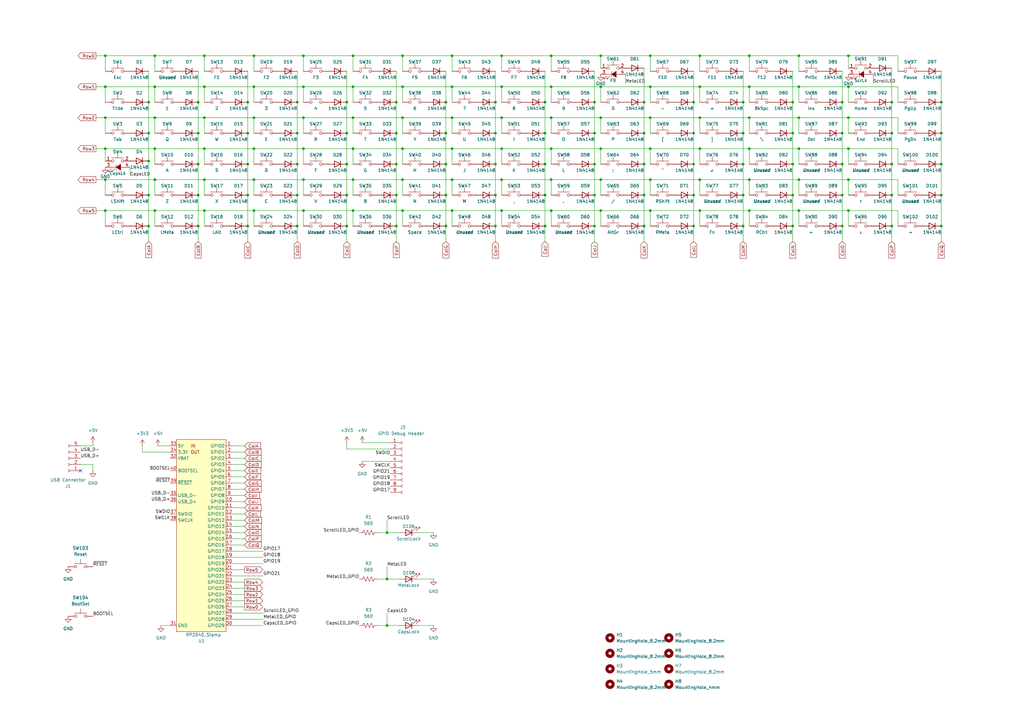
<source format=kicad_sch>
(kicad_sch (version 20211123) (generator eeschema)
  (paper "A3")
  (title_block (title "${TITLE}") (rev "${REVISION}") (company "${COMPANY}"))
  (junction (at 182.88 92.71))
  (junction (at 121.92 67.31))
  (junction (at 43.18 22.86))
  (junction (at 182.88 80.01))
  (junction (at 144.78 48.26))
  (junction (at 101.6 41.91))
  (junction (at 246.38 22.86))
  (junction (at 325.12 67.31))
  (junction (at 264.16 67.31))
  (junction (at 144.78 35.56))
  (junction (at 205.74 35.56))
  (junction (at 347.98 48.26))
  (junction (at 60.96 54.61))
  (junction (at 185.42 35.56))
  (junction (at 304.8 54.61))
  (junction (at 43.18 35.56))
  (junction (at 386.08 41.91))
  (junction (at 264.16 92.71))
  (junction (at 81.28 80.01))
  (junction (at 347.98 60.96))
  (junction (at 226.06 86.36))
  (junction (at 144.78 60.96))
  (junction (at 325.12 41.91))
  (junction (at 345.44 54.61))
  (junction (at 165.1 73.66))
  (junction (at 327.66 22.86))
  (junction (at 158.75 256.54))
  (junction (at 386.08 67.31))
  (junction (at 121.92 80.01))
  (junction (at 205.74 22.86))
  (junction (at 104.14 22.86))
  (junction (at 203.2 92.71))
  (junction (at 307.34 22.86))
  (junction (at 345.44 80.01))
  (junction (at 162.56 54.61))
  (junction (at 284.48 54.61))
  (junction (at 142.24 92.71))
  (junction (at 223.52 80.01))
  (junction (at 43.18 48.26))
  (junction (at 162.56 41.91))
  (junction (at 60.96 80.01))
  (junction (at 365.76 67.31))
  (junction (at 205.74 73.66))
  (junction (at 165.1 86.36))
  (junction (at 243.84 80.01))
  (junction (at 124.46 35.56))
  (junction (at 307.34 35.56))
  (junction (at 266.7 22.86))
  (junction (at 284.48 41.91))
  (junction (at 182.88 67.31))
  (junction (at 162.56 92.71))
  (junction (at 223.52 92.71))
  (junction (at 158.75 237.49))
  (junction (at 182.88 54.61))
  (junction (at 63.5 22.86))
  (junction (at 307.34 60.96))
  (junction (at 325.12 92.71))
  (junction (at 386.08 54.61))
  (junction (at 325.12 80.01))
  (junction (at 121.92 92.71))
  (junction (at 182.88 41.91))
  (junction (at 243.84 92.71))
  (junction (at 121.92 54.61))
  (junction (at 43.18 86.36))
  (junction (at 304.8 41.91))
  (junction (at 226.06 22.86))
  (junction (at 365.76 54.61))
  (junction (at 124.46 86.36))
  (junction (at 185.42 86.36))
  (junction (at 284.48 92.71))
  (junction (at 386.08 92.71))
  (junction (at 185.42 60.96))
  (junction (at 223.52 54.61))
  (junction (at 142.24 41.91))
  (junction (at 345.44 67.31))
  (junction (at 226.06 35.56))
  (junction (at 246.38 48.26))
  (junction (at 304.8 92.71))
  (junction (at 63.5 35.56))
  (junction (at 165.1 22.86))
  (junction (at 243.84 41.91))
  (junction (at 63.5 86.36))
  (junction (at 63.5 73.66))
  (junction (at 81.28 67.31))
  (junction (at 81.28 41.91))
  (junction (at 83.82 60.96))
  (junction (at 347.98 86.36))
  (junction (at 246.38 73.66))
  (junction (at 243.84 54.61))
  (junction (at 60.96 92.71))
  (junction (at 124.46 48.26))
  (junction (at 327.66 73.66))
  (junction (at 101.6 54.61))
  (junction (at 81.28 54.61))
  (junction (at 60.96 66.04))
  (junction (at 83.82 35.56))
  (junction (at 365.76 80.01))
  (junction (at 101.6 80.01))
  (junction (at 142.24 80.01))
  (junction (at 205.74 86.36))
  (junction (at 142.24 54.61))
  (junction (at 264.16 54.61))
  (junction (at 284.48 67.31))
  (junction (at 266.7 48.26))
  (junction (at 104.14 73.66))
  (junction (at 347.98 22.86))
  (junction (at 347.98 35.56))
  (junction (at 223.52 67.31))
  (junction (at 287.02 35.56))
  (junction (at 104.14 35.56))
  (junction (at 307.34 48.26))
  (junction (at 205.74 60.96))
  (junction (at 43.18 60.96))
  (junction (at 287.02 48.26))
  (junction (at 203.2 54.61))
  (junction (at 264.16 41.91))
  (junction (at 81.28 92.71))
  (junction (at 304.8 80.01))
  (junction (at 144.78 86.36))
  (junction (at 165.1 48.26))
  (junction (at 121.92 41.91))
  (junction (at 226.06 48.26))
  (junction (at 83.82 73.66))
  (junction (at 264.16 80.01))
  (junction (at 266.7 73.66))
  (junction (at 142.24 67.31))
  (junction (at 63.5 48.26))
  (junction (at 287.02 60.96))
  (junction (at 43.18 73.66))
  (junction (at 124.46 73.66))
  (junction (at 266.7 86.36))
  (junction (at 83.82 48.26))
  (junction (at 185.42 48.26))
  (junction (at 243.84 67.31))
  (junction (at 162.56 67.31))
  (junction (at 104.14 48.26))
  (junction (at 266.7 60.96))
  (junction (at 83.82 86.36))
  (junction (at 287.02 22.86))
  (junction (at 203.2 80.01))
  (junction (at 104.14 86.36))
  (junction (at 347.98 73.66))
  (junction (at 158.75 218.44))
  (junction (at 185.42 73.66))
  (junction (at 83.82 22.86))
  (junction (at 205.74 48.26))
  (junction (at 144.78 73.66))
  (junction (at 266.7 35.56))
  (junction (at 287.02 86.36))
  (junction (at 304.8 67.31))
  (junction (at 365.76 92.71))
  (junction (at 165.1 35.56))
  (junction (at 60.96 41.91))
  (junction (at 104.14 60.96))
  (junction (at 386.08 80.01))
  (junction (at 203.2 67.31))
  (junction (at 327.66 48.26))
  (junction (at 284.48 80.01))
  (junction (at 325.12 54.61))
  (junction (at 307.34 73.66))
  (junction (at 223.52 41.91))
  (junction (at 144.78 22.86))
  (junction (at 327.66 60.96))
  (junction (at 345.44 41.91))
  (junction (at 246.38 60.96))
  (junction (at 124.46 60.96))
  (junction (at 287.02 73.66))
  (junction (at 101.6 67.31))
  (junction (at 203.2 41.91))
  (junction (at 345.44 92.71))
  (junction (at 246.38 86.36))
  (junction (at 365.76 41.91))
  (junction (at 327.66 35.56))
  (junction (at 185.42 22.86))
  (junction (at 124.46 22.86))
  (junction (at 246.38 35.56))
  (junction (at 165.1 60.96))
  (junction (at 226.06 73.66))
  (junction (at 162.56 80.01))
  (junction (at 63.5 60.96))
  (junction (at 307.34 86.36))
  (junction (at 327.66 86.36))
  (junction (at 101.6 92.71))
  (junction (at 226.06 60.96))
  (no_connect (at 33.02 193.04))
  (wire (pts (xy 185.42 35.56) (xy 185.42 41.91)))
  (wire (pts (xy 386.08 41.91) (xy 386.08 54.61)))
  (wire (pts (xy 124.46 73.66) (xy 144.78 73.66)))
  (wire (pts (xy 83.82 22.86) (xy 104.14 22.86)))
  (wire (pts (xy 266.7 86.36) (xy 266.7 92.71)))
  (wire (pts (xy 205.74 22.86) (xy 226.06 22.86)))
  (wire (pts (xy 266.7 86.36) (xy 287.02 86.36)))
  (wire (pts (xy 226.06 86.36) (xy 226.06 92.71)))
  (wire (pts (xy 100.33 215.9) (xy 95.25 215.9)))
  (wire (pts (xy 124.46 48.26) (xy 144.78 48.26)))
  (wire (pts (xy 246.38 73.66) (xy 266.7 73.66)))
  (wire (pts (xy 100.33 243.84) (xy 95.25 243.84)))
  (wire (pts (xy 246.38 22.86) (xy 266.7 22.86)))
  (wire (pts (xy 104.14 22.86) (xy 124.46 22.86)))
  (wire (pts (xy 81.28 41.91) (xy 81.28 54.61)))
  (wire (pts (xy 287.02 48.26) (xy 287.02 54.61)))
  (wire (pts (xy 205.74 48.26) (xy 205.74 54.61)))
  (wire (pts (xy 100.33 218.44) (xy 95.25 218.44)))
  (wire (pts (xy 304.8 41.91) (xy 304.8 54.61)))
  (wire (pts (xy 81.28 92.71) (xy 81.28 99.06)))
  (wire (pts (xy 124.46 35.56) (xy 144.78 35.56)))
  (wire (pts (xy 165.1 86.36) (xy 185.42 86.36)))
  (wire (pts (xy 185.42 86.36) (xy 185.42 92.71)))
  (wire (pts (xy 100.33 200.66) (xy 95.25 200.66)))
  (wire (pts (xy 246.38 35.56) (xy 266.7 35.56)))
  (wire (pts (xy 185.42 73.66) (xy 185.42 80.01)))
  (wire (pts (xy 39.37 35.56) (xy 43.18 35.56)))
  (wire (pts (xy 347.98 35.56) (xy 368.3 35.56)))
  (wire (pts (xy 304.8 80.01) (xy 304.8 92.71)))
  (wire (pts (xy 121.92 41.91) (xy 121.92 54.61)))
  (wire (pts (xy 284.48 41.91) (xy 284.48 54.61)))
  (wire (pts (xy 100.33 182.88) (xy 95.25 182.88)))
  (wire (pts (xy 307.34 22.86) (xy 307.34 29.21)))
  (wire (pts (xy 266.7 22.86) (xy 266.7 29.21)))
  (wire (pts (xy 63.5 35.56) (xy 83.82 35.56)))
  (wire (pts (xy 154.94 256.54) (xy 158.75 256.54)))
  (wire (pts (xy 347.98 60.96) (xy 368.3 60.96)))
  (wire (pts (xy 203.2 29.21) (xy 203.2 41.91)))
  (wire (pts (xy 148.59 189.23) (xy 160.02 189.23)))
  (wire (pts (xy 185.42 86.36) (xy 205.74 86.36)))
  (wire (pts (xy 368.3 48.26) (xy 368.3 54.61)))
  (wire (pts (xy 43.18 22.86) (xy 43.18 29.21)))
  (wire (pts (xy 83.82 22.86) (xy 83.82 29.21)))
  (wire (pts (xy 307.34 60.96) (xy 307.34 67.31)))
  (wire (pts (xy 144.78 48.26) (xy 165.1 48.26)))
  (wire (pts (xy 162.56 67.31) (xy 162.56 80.01)))
  (wire (pts (xy 100.33 241.3) (xy 95.25 241.3)))
  (wire (pts (xy 124.46 22.86) (xy 124.46 29.21)))
  (wire (pts (xy 287.02 48.26) (xy 307.34 48.26)))
  (wire (pts (xy 58.42 185.42) (xy 58.42 182.88)))
  (wire (pts (xy 104.14 86.36) (xy 104.14 92.71)))
  (wire (pts (xy 83.82 48.26) (xy 104.14 48.26)))
  (wire (pts (xy 345.44 29.21) (xy 345.44 41.91)))
  (wire (pts (xy 327.66 86.36) (xy 347.98 86.36)))
  (wire (pts (xy 39.37 86.36) (xy 43.18 86.36)))
  (wire (pts (xy 63.5 73.66) (xy 63.5 80.01)))
  (wire (pts (xy 203.2 41.91) (xy 203.2 54.61)))
  (wire (pts (xy 101.6 29.21) (xy 101.6 41.91)))
  (wire (pts (xy 284.48 54.61) (xy 284.48 67.31)))
  (wire (pts (xy 325.12 41.91) (xy 325.12 54.61)))
  (wire (pts (xy 266.7 73.66) (xy 287.02 73.66)))
  (wire (pts (xy 101.6 80.01) (xy 101.6 92.71)))
  (wire (pts (xy 386.08 67.31) (xy 386.08 80.01)))
  (wire (pts (xy 83.82 73.66) (xy 104.14 73.66)))
  (wire (pts (xy 264.16 67.31) (xy 264.16 80.01)))
  (wire (pts (xy 142.24 29.21) (xy 142.24 41.91)))
  (wire (pts (xy 142.24 184.15) (xy 142.24 181.61)))
  (wire (pts (xy 107.95 231.14) (xy 95.25 231.14)))
  (wire (pts (xy 325.12 29.21) (xy 325.12 41.91)))
  (wire (pts (xy 63.5 60.96) (xy 63.5 67.31)))
  (wire (pts (xy 287.02 35.56) (xy 307.34 35.56)))
  (wire (pts (xy 43.18 86.36) (xy 63.5 86.36)))
  (wire (pts (xy 307.34 48.26) (xy 307.34 54.61)))
  (wire (pts (xy 185.42 22.86) (xy 205.74 22.86)))
  (wire (pts (xy 104.14 35.56) (xy 124.46 35.56)))
  (wire (pts (xy 365.76 67.31) (xy 365.76 80.01)))
  (wire (pts (xy 205.74 73.66) (xy 226.06 73.66)))
  (wire (pts (xy 223.52 67.31) (xy 223.52 80.01)))
  (wire (pts (xy 162.56 54.61) (xy 162.56 67.31)))
  (wire (pts (xy 205.74 22.86) (xy 205.74 29.21)))
  (wire (pts (xy 347.98 86.36) (xy 347.98 92.71)))
  (wire (pts (xy 226.06 48.26) (xy 246.38 48.26)))
  (wire (pts (xy 101.6 92.71) (xy 101.6 99.06)))
  (wire (pts (xy 171.45 237.49) (xy 177.8 237.49)))
  (wire (pts (xy 347.98 86.36) (xy 368.3 86.36)))
  (wire (pts (xy 205.74 35.56) (xy 226.06 35.56)))
  (wire (pts (xy 205.74 60.96) (xy 226.06 60.96)))
  (wire (pts (xy 165.1 73.66) (xy 185.42 73.66)))
  (wire (pts (xy 347.98 22.86) (xy 368.3 22.86)))
  (wire (pts (xy 345.44 80.01) (xy 345.44 92.71)))
  (wire (pts (xy 327.66 60.96) (xy 347.98 60.96)))
  (wire (pts (xy 101.6 54.61) (xy 101.6 67.31)))
  (wire (pts (xy 205.74 73.66) (xy 205.74 80.01)))
  (wire (pts (xy 345.44 41.91) (xy 345.44 54.61)))
  (wire (pts (xy 182.88 54.61) (xy 182.88 67.31)))
  (wire (pts (xy 100.33 208.28) (xy 95.25 208.28)))
  (wire (pts (xy 345.44 92.71) (xy 345.44 99.06)))
  (wire (pts (xy 43.18 35.56) (xy 63.5 35.56)))
  (wire (pts (xy 205.74 86.36) (xy 226.06 86.36)))
  (wire (pts (xy 246.38 48.26) (xy 246.38 54.61)))
  (wire (pts (xy 95.25 254) (xy 107.95 254)))
  (wire (pts (xy 368.3 35.56) (xy 368.3 41.91)))
  (wire (pts (xy 264.16 80.01) (xy 264.16 92.71)))
  (wire (pts (xy 246.38 60.96) (xy 266.7 60.96)))
  (wire (pts (xy 83.82 86.36) (xy 83.82 92.71)))
  (wire (pts (xy 365.76 27.94) (xy 365.76 41.91)))
  (wire (pts (xy 185.42 60.96) (xy 205.74 60.96)))
  (wire (pts (xy 60.96 41.91) (xy 60.96 54.61)))
  (wire (pts (xy 325.12 67.31) (xy 325.12 80.01)))
  (wire (pts (xy 64.77 182.88) (xy 69.85 182.88)))
  (wire (pts (xy 144.78 60.96) (xy 144.78 67.31)))
  (wire (pts (xy 43.18 86.36) (xy 43.18 92.71)))
  (wire (pts (xy 39.37 73.66) (xy 43.18 73.66)))
  (wire (pts (xy 162.56 80.01) (xy 162.56 92.71)))
  (wire (pts (xy 223.52 54.61) (xy 223.52 67.31)))
  (wire (pts (xy 81.28 67.31) (xy 81.28 80.01)))
  (wire (pts (xy 104.14 60.96) (xy 104.14 67.31)))
  (wire (pts (xy 60.96 66.04) (xy 60.96 80.01)))
  (wire (pts (xy 43.18 73.66) (xy 43.18 80.01)))
  (wire (pts (xy 165.1 22.86) (xy 185.42 22.86)))
  (wire (pts (xy 246.38 48.26) (xy 266.7 48.26)))
  (wire (pts (xy 165.1 35.56) (xy 165.1 41.91)))
  (wire (pts (xy 124.46 22.86) (xy 144.78 22.86)))
  (wire (pts (xy 347.98 60.96) (xy 347.98 67.31)))
  (wire (pts (xy 124.46 86.36) (xy 124.46 92.71)))
  (wire (pts (xy 83.82 60.96) (xy 104.14 60.96)))
  (wire (pts (xy 284.48 67.31) (xy 284.48 80.01)))
  (wire (pts (xy 83.82 35.56) (xy 83.82 41.91)))
  (wire (pts (xy 144.78 22.86) (xy 144.78 29.21)))
  (wire (pts (xy 386.08 29.21) (xy 386.08 41.91)))
  (wire (pts (xy 104.14 48.26) (xy 104.14 54.61)))
  (wire (pts (xy 165.1 35.56) (xy 185.42 35.56)))
  (wire (pts (xy 83.82 35.56) (xy 104.14 35.56)))
  (wire (pts (xy 368.3 60.96) (xy 368.3 67.31)))
  (wire (pts (xy 100.33 190.5) (xy 95.25 190.5)))
  (wire (pts (xy 124.46 60.96) (xy 144.78 60.96)))
  (wire (pts (xy 38.1 193.04) (xy 38.1 190.5)))
  (wire (pts (xy 100.33 238.76) (xy 95.25 238.76)))
  (wire (pts (xy 243.84 29.21) (xy 243.84 41.91)))
  (wire (pts (xy 327.66 22.86) (xy 347.98 22.86)))
  (wire (pts (xy 144.78 48.26) (xy 144.78 54.61)))
  (wire (pts (xy 171.45 218.44) (xy 177.8 218.44)))
  (wire (pts (xy 345.44 54.61) (xy 345.44 67.31)))
  (wire (pts (xy 226.06 86.36) (xy 246.38 86.36)))
  (wire (pts (xy 264.16 41.91) (xy 264.16 54.61)))
  (wire (pts (xy 266.7 60.96) (xy 287.02 60.96)))
  (wire (pts (xy 158.75 213.36) (xy 158.75 218.44)))
  (wire (pts (xy 100.33 195.58) (xy 95.25 195.58)))
  (wire (pts (xy 347.98 35.56) (xy 347.98 41.91)))
  (wire (pts (xy 246.38 35.56) (xy 246.38 41.91)))
  (wire (pts (xy 144.78 35.56) (xy 144.78 41.91)))
  (wire (pts (xy 205.74 86.36) (xy 205.74 92.71)))
  (wire (pts (xy 287.02 22.86) (xy 287.02 29.21)))
  (wire (pts (xy 38.1 190.5) (xy 33.02 190.5)))
  (wire (pts (xy 124.46 35.56) (xy 124.46 41.91)))
  (wire (pts (xy 284.48 92.71) (xy 284.48 99.06)))
  (wire (pts (xy 246.38 60.96) (xy 246.38 67.31)))
  (wire (pts (xy 160.02 184.15) (xy 142.24 184.15)))
  (wire (pts (xy 144.78 35.56) (xy 165.1 35.56)))
  (wire (pts (xy 185.42 60.96) (xy 185.42 67.31)))
  (wire (pts (xy 63.5 35.56) (xy 63.5 41.91)))
  (wire (pts (xy 165.1 73.66) (xy 165.1 80.01)))
  (wire (pts (xy 83.82 60.96) (xy 83.82 67.31)))
  (wire (pts (xy 104.14 73.66) (xy 104.14 80.01)))
  (wire (pts (xy 144.78 73.66) (xy 144.78 80.01)))
  (wire (pts (xy 124.46 73.66) (xy 124.46 80.01)))
  (wire (pts (xy 100.33 213.36) (xy 95.25 213.36)))
  (wire (pts (xy 266.7 35.56) (xy 287.02 35.56)))
  (wire (pts (xy 124.46 60.96) (xy 124.46 67.31)))
  (wire (pts (xy 182.88 92.71) (xy 182.88 99.06)))
  (wire (pts (xy 327.66 35.56) (xy 327.66 41.91)))
  (wire (pts (xy 144.78 86.36) (xy 165.1 86.36)))
  (wire (pts (xy 39.37 60.96) (xy 43.18 60.96)))
  (wire (pts (xy 33.02 182.88) (xy 38.1 182.88)))
  (wire (pts (xy 203.2 92.71) (xy 203.2 99.06)))
  (wire (pts (xy 325.12 54.61) (xy 325.12 67.31)))
  (wire (pts (xy 226.06 73.66) (xy 226.06 80.01)))
  (wire (pts (xy 304.8 54.61) (xy 304.8 67.31)))
  (wire (pts (xy 325.12 80.01) (xy 325.12 92.71)))
  (wire (pts (xy 307.34 73.66) (xy 307.34 80.01)))
  (wire (pts (xy 39.37 48.26) (xy 43.18 48.26)))
  (wire (pts (xy 121.92 29.21) (xy 121.92 41.91)))
  (wire (pts (xy 100.33 248.92) (xy 95.25 248.92)))
  (wire (pts (xy 43.18 48.26) (xy 63.5 48.26)))
  (wire (pts (xy 43.18 35.56) (xy 43.18 41.91)))
  (wire (pts (xy 307.34 86.36) (xy 307.34 92.71)))
  (wire (pts (xy 185.42 48.26) (xy 185.42 54.61)))
  (wire (pts (xy 121.92 67.31) (xy 121.92 80.01)))
  (wire (pts (xy 307.34 86.36) (xy 327.66 86.36)))
  (wire (pts (xy 144.78 86.36) (xy 144.78 92.71)))
  (wire (pts (xy 386.08 92.71) (xy 386.08 99.06)))
  (wire (pts (xy 266.7 60.96) (xy 266.7 67.31)))
  (wire (pts (xy 100.33 205.74) (xy 95.25 205.74)))
  (wire (pts (xy 226.06 22.86) (xy 246.38 22.86)))
  (wire (pts (xy 327.66 22.86) (xy 327.66 29.21)))
  (wire (pts (xy 60.96 29.21) (xy 60.96 41.91)))
  (wire (pts (xy 243.84 41.91) (xy 243.84 54.61)))
  (wire (pts (xy 287.02 86.36) (xy 287.02 92.71)))
  (wire (pts (xy 243.84 92.71) (xy 243.84 99.06)))
  (wire (pts (xy 284.48 29.21) (xy 284.48 41.91)))
  (wire (pts (xy 223.52 92.71) (xy 223.52 99.06)))
  (wire (pts (xy 307.34 60.96) (xy 327.66 60.96)))
  (wire (pts (xy 165.1 60.96) (xy 185.42 60.96)))
  (wire (pts (xy 347.98 22.86) (xy 347.98 27.94)))
  (wire (pts (xy 144.78 22.86) (xy 165.1 22.86)))
  (wire (pts (xy 307.34 48.26) (xy 327.66 48.26)))
  (wire (pts (xy 162.56 92.71) (xy 162.56 99.06)))
  (wire (pts (xy 162.56 29.21) (xy 162.56 41.91)))
  (wire (pts (xy 124.46 86.36) (xy 144.78 86.36)))
  (wire (pts (xy 347.98 73.66) (xy 368.3 73.66)))
  (wire (pts (xy 325.12 92.71) (xy 325.12 99.06)))
  (wire (pts (xy 287.02 73.66) (xy 287.02 80.01)))
  (wire (pts (xy 368.3 86.36) (xy 368.3 92.71)))
  (wire (pts (xy 226.06 60.96) (xy 226.06 67.31)))
  (wire (pts (xy 171.45 256.54) (xy 177.8 256.54)))
  (wire (pts (xy 347.98 48.26) (xy 347.98 54.61)))
  (wire (pts (xy 266.7 35.56) (xy 266.7 41.91)))
  (wire (pts (xy 368.3 22.86) (xy 368.3 29.21)))
  (wire (pts (xy 264.16 92.71) (xy 264.16 99.06)))
  (wire (pts (xy 100.33 220.98) (xy 95.25 220.98)))
  (wire (pts (xy 100.33 223.52) (xy 95.25 223.52)))
  (wire (pts (xy 243.84 80.01) (xy 243.84 92.71)))
  (wire (pts (xy 256.54 30.48) (xy 256.54 34.29)))
  (wire (pts (xy 69.85 185.42) (xy 58.42 185.42)))
  (wire (pts (xy 100.33 210.82) (xy 95.25 210.82)))
  (wire (pts (xy 69.85 256.54) (xy 66.04 256.54)))
  (wire (pts (xy 60.96 54.61) (xy 60.96 66.04)))
  (wire (pts (xy 107.95 228.6) (xy 95.25 228.6)))
  (wire (pts (xy 144.78 60.96) (xy 165.1 60.96)))
  (wire (pts (xy 304.8 29.21) (xy 304.8 41.91)))
  (wire (pts (xy 365.76 92.71) (xy 365.76 99.06)))
  (wire (pts (xy 63.5 60.96) (xy 83.82 60.96)))
  (wire (pts (xy 104.14 86.36) (xy 124.46 86.36)))
  (wire (pts (xy 226.06 35.56) (xy 246.38 35.56)))
  (wire (pts (xy 386.08 80.01) (xy 386.08 92.71)))
  (wire (pts (xy 182.88 67.31) (xy 182.88 80.01)))
  (wire (pts (xy 226.06 60.96) (xy 246.38 60.96)))
  (wire (pts (xy 100.33 246.38) (xy 95.25 246.38)))
  (wire (pts (xy 205.74 48.26) (xy 226.06 48.26)))
  (wire (pts (xy 347.98 48.26) (xy 368.3 48.26)))
  (wire (pts (xy 365.76 80.01) (xy 365.76 92.71)))
  (wire (pts (xy 266.7 48.26) (xy 287.02 48.26)))
  (wire (pts (xy 165.1 86.36) (xy 165.1 92.71)))
  (wire (pts (xy 81.28 80.01) (xy 81.28 92.71)))
  (wire (pts (xy 205.74 35.56) (xy 205.74 41.91)))
  (wire (pts (xy 358.14 30.48) (xy 358.14 34.29)))
  (wire (pts (xy 158.75 251.46) (xy 158.75 256.54)))
  (wire (pts (xy 203.2 54.61) (xy 203.2 67.31)))
  (wire (pts (xy 100.33 193.04) (xy 95.25 193.04)))
  (wire (pts (xy 287.02 60.96) (xy 287.02 67.31)))
  (wire (pts (xy 107.95 226.06) (xy 95.25 226.06)))
  (wire (pts (xy 81.28 54.61) (xy 81.28 67.31)))
  (wire (pts (xy 83.82 73.66) (xy 83.82 80.01)))
  (wire (pts (xy 100.33 198.12) (xy 95.25 198.12)))
  (wire (pts (xy 63.5 22.86) (xy 63.5 29.21)))
  (wire (pts (xy 100.33 203.2) (xy 95.25 203.2)))
  (wire (pts (xy 264.16 27.94) (xy 264.16 41.91)))
  (wire (pts (xy 266.7 48.26) (xy 266.7 54.61)))
  (wire (pts (xy 142.24 41.91) (xy 142.24 54.61)))
  (wire (pts (xy 165.1 60.96) (xy 165.1 67.31)))
  (wire (pts (xy 327.66 48.26) (xy 327.66 54.61)))
  (wire (pts (xy 104.14 60.96) (xy 124.46 60.96)))
  (wire (pts (xy 104.14 22.86) (xy 104.14 29.21)))
  (wire (pts (xy 185.42 73.66) (xy 205.74 73.66)))
  (wire (pts (xy 185.42 35.56) (xy 205.74 35.56)))
  (wire (pts (xy 345.44 67.31) (xy 345.44 80.01)))
  (wire (pts (xy 121.92 92.71) (xy 121.92 99.06)))
  (wire (pts (xy 182.88 80.01) (xy 182.88 92.71)))
  (wire (pts (xy 266.7 22.86) (xy 287.02 22.86)))
  (wire (pts (xy 63.5 86.36) (xy 63.5 92.71)))
  (wire (pts (xy 246.38 86.36) (xy 266.7 86.36)))
  (wire (pts (xy 182.88 29.21) (xy 182.88 41.91)))
  (wire (pts (xy 63.5 48.26) (xy 63.5 54.61)))
  (wire (pts (xy 307.34 35.56) (xy 307.34 41.91)))
  (wire (pts (xy 121.92 54.61) (xy 121.92 67.31)))
  (wire (pts (xy 63.5 22.86) (xy 83.82 22.86)))
  (wire (pts (xy 368.3 73.66) (xy 368.3 80.01)))
  (wire (pts (xy 165.1 48.26) (xy 185.42 48.26)))
  (wire (pts (xy 142.24 67.31) (xy 142.24 80.01)))
  (wire (pts (xy 304.8 92.71) (xy 304.8 99.06)))
  (wire (pts (xy 223.52 80.01) (xy 223.52 92.71)))
  (wire (pts (xy 100.33 185.42) (xy 95.25 185.42)))
  (wire (pts (xy 124.46 48.26) (xy 124.46 54.61)))
  (wire (pts (xy 287.02 86.36) (xy 307.34 86.36)))
  (wire (pts (xy 327.66 60.96) (xy 327.66 67.31)))
  (wire (pts (xy 284.48 80.01) (xy 284.48 92.71)))
  (wire (pts (xy 38.1 182.88) (xy 38.1 181.61)))
  (wire (pts (xy 154.94 218.44) (xy 158.75 218.44)))
  (wire (pts (xy 100.33 187.96) (xy 95.25 187.96)))
  (wire (pts (xy 185.42 48.26) (xy 205.74 48.26)))
  (wire (pts (xy 144.78 73.66) (xy 165.1 73.66)))
  (wire (pts (xy 287.02 22.86) (xy 307.34 22.86)))
  (wire (pts (xy 226.06 73.66) (xy 246.38 73.66)))
  (wire (pts (xy 246.38 86.36) (xy 246.38 92.71)))
  (wire (pts (xy 104.14 35.56) (xy 104.14 41.91)))
  (wire (pts (xy 203.2 80.01) (xy 203.2 92.71)))
  (wire (pts (xy 304.8 67.31) (xy 304.8 80.01)))
  (wire (pts (xy 266.7 73.66) (xy 266.7 80.01)))
  (wire (pts (xy 243.84 54.61) (xy 243.84 67.31)))
  (wire (pts (xy 386.08 54.61) (xy 386.08 67.31)))
  (wire (pts (xy 327.66 86.36) (xy 327.66 92.71)))
  (wire (pts (xy 95.25 251.46) (xy 107.95 251.46)))
  (wire (pts (xy 205.74 60.96) (xy 205.74 67.31)))
  (wire (pts (xy 148.59 181.61) (xy 160.02 181.61)))
  (wire (pts (xy 162.56 41.91) (xy 162.56 54.61)))
  (wire (pts (xy 43.18 73.66) (xy 63.5 73.66)))
  (wire (pts (xy 223.52 41.91) (xy 223.52 54.61)))
  (wire (pts (xy 158.75 232.41) (xy 158.75 237.49)))
  (wire (pts (xy 243.84 67.31) (xy 243.84 80.01)))
  (wire (pts (xy 101.6 41.91) (xy 101.6 54.61)))
  (wire (pts (xy 365.76 54.61) (xy 365.76 67.31)))
  (wire (pts (xy 60.96 92.71) (xy 60.96 99.06)))
  (wire (pts (xy 158.75 237.49) (xy 163.83 237.49)))
  (wire (pts (xy 104.14 48.26) (xy 124.46 48.26)))
  (wire (pts (xy 307.34 73.66) (xy 327.66 73.66)))
  (wire (pts (xy 101.6 67.31) (xy 101.6 80.01)))
  (wire (pts (xy 43.18 22.86) (xy 63.5 22.86)))
  (wire (pts (xy 43.18 48.26) (xy 43.18 54.61)))
  (wire (pts (xy 327.66 73.66) (xy 347.98 73.66)))
  (wire (pts (xy 287.02 35.56) (xy 287.02 41.91)))
  (wire (pts (xy 53.34 68.58) (xy 53.34 72.39)))
  (wire (pts (xy 246.38 22.86) (xy 246.38 27.94)))
  (wire (pts (xy 43.18 60.96) (xy 63.5 60.96)))
  (wire (pts (xy 121.92 80.01) (xy 121.92 92.71)))
  (wire (pts (xy 226.06 35.56) (xy 226.06 41.91)))
  (wire (pts (xy 142.24 92.71) (xy 142.24 99.06)))
  (wire (pts (xy 63.5 48.26) (xy 83.82 48.26)))
  (wire (pts (xy 246.38 73.66) (xy 246.38 80.01)))
  (wire (pts (xy 154.94 237.49) (xy 158.75 237.49)))
  (wire (pts (xy 182.88 41.91) (xy 182.88 54.61)))
  (wire (pts (xy 158.75 218.44) (xy 163.83 218.44)))
  (wire (pts (xy 185.42 22.86) (xy 185.42 29.21)))
  (wire (pts (xy 365.76 41.91) (xy 365.76 54.61)))
  (wire (pts (xy 107.95 236.22) (xy 95.25 236.22)))
  (wire (pts (xy 63.5 73.66) (xy 83.82 73.66)))
  (wire (pts (xy 264.16 54.61) (xy 264.16 67.31)))
  (wire (pts (xy 142.24 80.01) (xy 142.24 92.71)))
  (wire (pts (xy 327.66 73.66) (xy 327.66 80.01)))
  (wire (pts (xy 327.66 48.26) (xy 347.98 48.26)))
  (wire (pts (xy 81.28 29.21) (xy 81.28 41.91)))
  (wire (pts (xy 100.33 233.68) (xy 95.25 233.68)))
  (wire (pts (xy 142.24 54.61) (xy 142.24 67.31)))
  (wire (pts (xy 223.52 29.21) (xy 223.52 41.91)))
  (wire (pts (xy 347.98 73.66) (xy 347.98 80.01)))
  (wire (pts (xy 165.1 48.26) (xy 165.1 54.61)))
  (wire (pts (xy 39.37 22.86) (xy 43.18 22.86)))
  (wire (pts (xy 307.34 35.56) (xy 327.66 35.56)))
  (wire (pts (xy 63.5 86.36) (xy 83.82 86.36)))
  (wire (pts (xy 226.06 48.26) (xy 226.06 54.61)))
  (wire (pts (xy 327.66 35.56) (xy 347.98 35.56)))
  (wire (pts (xy 104.14 73.66) (xy 124.46 73.66)))
  (wire (pts (xy 287.02 60.96) (xy 307.34 60.96)))
  (wire (pts (xy 83.82 48.26) (xy 83.82 54.61)))
  (wire (pts (xy 43.18 60.96) (xy 43.18 66.04)))
  (wire (pts (xy 287.02 73.66) (xy 307.34 73.66)))
  (wire (pts (xy 83.82 86.36) (xy 104.14 86.36)))
  (wire (pts (xy 165.1 22.86) (xy 165.1 29.21)))
  (wire (pts (xy 158.75 256.54) (xy 163.83 256.54)))
  (wire (pts (xy 226.06 22.86) (xy 226.06 29.21)))
  (wire (pts (xy 95.25 256.54) (xy 107.95 256.54)))
  (wire (pts (xy 203.2 67.31) (xy 203.2 80.01)))
  (wire (pts (xy 307.34 22.86) (xy 327.66 22.86)))
  (wire (pts (xy 60.96 80.01) (xy 60.96 92.71)))
  (label "MetaLED" (at 256.54 34.29 0))
  (label "SWDIO" (at 160.02 186.69 180))
  (label "CapsLED" (at 53.34 72.39 0))
  (label "CapsLED_GPIO" (at 147.32 256.54 180))
  (label "SWCLK" (at 69.85 213.36 180))
  (label "ScrollLED" (at 358.14 34.29 0))
  (label "ScrollLED_GPIO" (at 147.32 218.44 180))
  (label "GPIO17" (at 107.95 226.06 0))
  (label "MetaLED" (at 158.75 232.41 0))
  (label "~{RESET}" (at 38.1 232.41 0))
  (label "GPIO19" (at 160.02 196.85 180))
  (label "MetaLED_GPIO" (at 107.95 254 0))
  (label "GPIO19" (at 107.95 231.14 0))
  (label "GPIO17" (at 160.02 201.93 180))
  (label "USB_D-" (at 33.02 185.42 0))
  (label "BOOTSEL" (at 69.85 193.04 180))
  (label "CapsLED" (at 158.75 251.46 0))
  (label "USB_D-" (at 69.85 203.2 180))
  (label "SWDIO" (at 69.85 210.82 180))
  (label "BOOTSEL" (at 38.1 252.73 0))
  (label "CapsLED_GPIO" (at 107.95 256.54 0))
  (label "ScrollLED" (at 158.75 213.36 0))
  (label "GPIO18" (at 160.02 199.39 180))
  (label "ScrollLED_GPIO" (at 107.95 251.46 0))
  (label "~{RESET}" (at 69.85 198.12 180))
  (label "GPIO18" (at 107.95 228.6 0))
  (label "USB_D+" (at 69.85 205.74 180))
  (label "GPIO21" (at 107.95 236.22 0))
  (label "SWCLK" (at 160.02 191.77 180))
  (label "MetaLED_GPIO" (at 147.32 237.49 180))
  (label "USB_D+" (at 33.02 187.96 0))
  (label "GPIO21" (at 160.02 194.31 180))
  (global_label "ColE" (shape input) (at 100.33 193.04 0) (property "Intersheet References" "${INTERSHEET_REFS}" (effects hide)))
  (global_label "ColB" (shape input) (at 100.33 185.42 0) (property "Intersheet References" "${INTERSHEET_REFS}" (effects hide)))
  (global_label "ColQ" (shape input) (at 100.33 223.52 0) (property "Intersheet References" "${INTERSHEET_REFS}" (effects hide)))
  (global_label "ColL" (shape input) (at 284.48 99.06 270) (property "Intersheet References" "${INTERSHEET_REFS}" (effects hide)))
  (global_label "Row4" (shape output) (at 39.37 73.66 180) (property "Intersheet References" "${INTERSHEET_REFS}" (effects hide)))
  (global_label "ColC" (shape input) (at 100.33 187.96 0) (property "Intersheet References" "${INTERSHEET_REFS}" (effects hide)))
  (global_label "ColO" (shape input) (at 100.33 218.44 0) (property "Intersheet References" "${INTERSHEET_REFS}" (effects hide)))
  (global_label "ColJ" (shape input) (at 243.84 99.06 270) (property "Intersheet References" "${INTERSHEET_REFS}" (effects hide)))
  (global_label "Row0" (shape output) (at 39.37 22.86 180) (property "Intersheet References" "${INTERSHEET_REFS}" (effects hide)))
  (global_label "Row3" (shape output) (at 39.37 60.96 180) (property "Intersheet References" "${INTERSHEET_REFS}" (effects hide)))
  (global_label "ColI" (shape input) (at 100.33 203.2 0) (property "Intersheet References" "${INTERSHEET_REFS}" (effects hide)))
  (global_label "ColG" (shape input) (at 182.88 99.06 270) (property "Intersheet References" "${INTERSHEET_REFS}" (effects hide)))
  (global_label "ColG" (shape input) (at 100.33 198.12 0) (property "Intersheet References" "${INTERSHEET_REFS}" (effects hide)))
  (global_label "ColC" (shape input) (at 101.6 99.06 270) (property "Intersheet References" "${INTERSHEET_REFS}" (effects hide)))
  (global_label "ColN" (shape input) (at 325.12 99.06 270) (property "Intersheet References" "${INTERSHEET_REFS}" (effects hide)))
  (global_label "Row4" (shape output) (at 100.33 238.76 0) (property "Intersheet References" "${INTERSHEET_REFS}" (effects hide)))
  (global_label "ColJ" (shape input) (at 100.33 205.74 0) (property "Intersheet References" "${INTERSHEET_REFS}" (effects hide)))
  (global_label "ColM" (shape input) (at 304.8 99.06 270) (property "Intersheet References" "${INTERSHEET_REFS}" (effects hide)))
  (global_label "Row1" (shape output) (at 39.37 35.56 180) (property "Intersheet References" "${INTERSHEET_REFS}" (effects hide)))
  (global_label "Row0" (shape output) (at 100.33 248.92 0) (property "Intersheet References" "${INTERSHEET_REFS}" (effects hide)))
  (global_label "ColE" (shape input) (at 142.24 99.06 270) (property "Intersheet References" "${INTERSHEET_REFS}" (effects hide)))
  (global_label "Row5" (shape output) (at 100.33 233.68 0) (property "Intersheet References" "${INTERSHEET_REFS}" (effects hide)))
  (global_label "ColF" (shape input) (at 162.56 99.06 270) (property "Intersheet References" "${INTERSHEET_REFS}" (effects hide)))
  (global_label "ColA" (shape input) (at 60.96 99.06 270) (property "Intersheet References" "${INTERSHEET_REFS}" (effects hide)))
  (global_label "ColO" (shape input) (at 345.44 99.06 270) (property "Intersheet References" "${INTERSHEET_REFS}" (effects hide)))
  (global_label "ColD" (shape input) (at 121.92 99.06 270) (property "Intersheet References" "${INTERSHEET_REFS}" (effects hide)))
  (global_label "ColN" (shape input) (at 100.33 215.9 0) (property "Intersheet References" "${INTERSHEET_REFS}" (effects hide)))
  (global_label "ColP" (shape input) (at 100.33 220.98 0) (property "Intersheet References" "${INTERSHEET_REFS}" (effects hide)))
  (global_label "Row1" (shape output) (at 100.33 246.38 0) (property "Intersheet References" "${INTERSHEET_REFS}" (effects hide)))
  (global_label "ColH" (shape input) (at 203.2 99.06 270) (property "Intersheet References" "${INTERSHEET_REFS}" (effects hide)))
  (global_label "ColI" (shape input) (at 223.52 99.06 270) (property "Intersheet References" "${INTERSHEET_REFS}" (effects hide)))
  (global_label "Row3" (shape output) (at 100.33 241.3 0) (property "Intersheet References" "${INTERSHEET_REFS}" (effects hide)))
  (global_label "ColF" (shape input) (at 100.33 195.58 0) (property "Intersheet References" "${INTERSHEET_REFS}" (effects hide)))
  (global_label "Row2" (shape output) (at 39.37 48.26 180) (property "Intersheet References" "${INTERSHEET_REFS}" (effects hide)))
  (global_label "ColP" (shape input) (at 365.76 99.06 270) (property "Intersheet References" "${INTERSHEET_REFS}" (effects hide)))
  (global_label "ColM" (shape input) (at 100.33 213.36 0) (property "Intersheet References" "${INTERSHEET_REFS}" (effects hide)))
  (global_label "ColK" (shape input) (at 264.16 99.06 270) (property "Intersheet References" "${INTERSHEET_REFS}" (effects hide)))
  (global_label "ColL" (shape input) (at 100.33 210.82 0) (property "Intersheet References" "${INTERSHEET_REFS}" (effects hide)))
  (global_label "ColQ" (shape input) (at 386.08 99.06 270) (property "Intersheet References" "${INTERSHEET_REFS}" (effects hide)))
  (global_label "ColK" (shape input) (at 100.33 208.28 0) (property "Intersheet References" "${INTERSHEET_REFS}" (effects hide)))
  (global_label "ColB" (shape input) (at 81.28 99.06 270) (property "Intersheet References" "${INTERSHEET_REFS}" (effects hide)))
  (global_label "ColH" (shape input) (at 100.33 200.66 0) (property "Intersheet References" "${INTERSHEET_REFS}" (effects hide)))
  (global_label "Row5" (shape output) (at 39.37 86.36 180) (property "Intersheet References" "${INTERSHEET_REFS}" (effects hide)))
  (global_label "ColD" (shape input) (at 100.33 190.5 0) (property "Intersheet References" "${INTERSHEET_REFS}" (effects hide)))
  (global_label "ColA" (shape input) (at 100.33 182.88 0) (property "Intersheet References" "${INTERSHEET_REFS}" (effects hide)))
  (global_label "Row2" (shape output) (at 100.33 243.84 0) (property "Intersheet References" "${INTERSHEET_REFS}" (effects hide)))
  (symbol (lib_id "Switch:SW_Push") (at 109.22 41.91 0) (unit 1)
    (property "Reference" "SW20" (at 109.22 38.1 0))
    (property "Value" "3" (at 109.22 44.45 0))
    (property "Footprint" "RabidKeyboard:SW_Cherry_MX_1.00u_PCB" (effects hide))
  )
  (symbol (lib_id "Switch:SW_Push") (at 109.22 67.31 0) (unit 1)
    (property "Reference" "SW22" (at 109.22 63.5 0))
    (property "Value" "D" (at 109.22 69.85 0))
    (property "Footprint" "RabidKeyboard:SW_Cherry_MX_1.00u_PCB" (effects hide))
  )
  (symbol (lib_id "Device:LED") (at 167.64 256.54 180) (unit 1)
    (property "Reference" "D104" (at 167.64 254 0))
    (property "Value" "CapsLock" (at 167.64 259.08 0))
    (property "Footprint" "LED_THT:LED_D3.0mm" (effects hide))
  )
  (symbol (lib_id "Switch:SW_Push") (at 353.06 67.31 0) (unit 1) (in_bom no) (on_board no)
    (property "Reference" "SW94" (at 353.06 63.5 0))
    (property "Value" "Unused" (at 353.06 69.85 0) (effects (font bold italic)))
    (property "Footprint" "Button_Switch_Keyboard:SW_Cherry_MX_1.00u_PCB" (effects hide))
  )
  (symbol (lib_id "Diode:1N4148") (at 280.67 67.31 180) (unit 1)
    (property "Reference" "D70" (at 280.67 63.5 0))
    (property "Value" "1N4148" (at 280.67 69.85 0))
    (property "Footprint" "RabidKeyboard:D_DO-35_SOD27_P7.62mm_Horizontal" (effects hide))
    (property "Datasheet" "https://assets.nexperia.com/documents/data-sheet/1N4148_1N4448.pdf" (effects hide))
  )
  (symbol (lib_id "Mechanical:MountingHole") (at 274.32 274.32 0) (unit 1)
    (property "Reference" "H7" (at 276.86 273.0499 0) (effects (justify left)))
    (property "Value" "MountingHole_8.2mm" (at 276.86 275.5899 0) (effects (justify left)))
    (property "Footprint" "RabidKeyboard:MountingHole_8.2mm" (effects hide))
  )
  (symbol (lib_id "Diode:1N4148") (at 260.35 80.01 180) (unit 1)
    (property "Reference" "D65" (at 260.35 76.2 0))
    (property "Value" "1N4148" (at 260.35 82.55 0))
    (property "Footprint" "RabidKeyboard:D_DO-35_SOD27_P7.62mm_Horizontal" (effects hide))
    (property "Datasheet" "https://assets.nexperia.com/documents/data-sheet/1N4148_1N4448.pdf" (effects hide))
  )
  (symbol (lib_id "power:GND") (at 177.8 256.54 0) (unit 1)
    (property "Reference" "#PWR03" (effects hide))
    (property "Value" "GND" (at 177.8 261.62 0))
  )
  (symbol (lib_id "Diode:1N4148") (at 77.47 54.61 180) (unit 1)
    (property "Reference" "D9" (at 77.47 50.8 0))
    (property "Value" "1N4148" (at 77.47 57.15 0))
    (property "Footprint" "RabidKeyboard:D_DO-35_SOD27_P7.62mm_Horizontal" (effects hide))
    (property "Datasheet" "https://assets.nexperia.com/documents/data-sheet/1N4148_1N4448.pdf" (effects hide))
  )
  (symbol (lib_id "Switch:SW_Push") (at 332.74 67.31 0) (unit 1) (in_bom no) (on_board no)
    (property "Reference" "SW88" (at 332.74 63.5 0))
    (property "Value" "Unused" (at 332.74 69.85 0) (effects (font bold italic)))
    (property "Footprint" "Button_Switch_Keyboard:SW_Cherry_MX_1.00u_PCB" (effects hide))
  )
  (symbol (lib_id "power:GND") (at 148.59 189.23 0) (unit 1)
    (property "Reference" "#PWR011" (effects hide))
    (property "Value" "GND" (at 148.59 194.31 0))
  )
  (symbol (lib_id "Diode:1N4148") (at 219.71 67.31 180) (unit 1)
    (property "Reference" "D52" (at 219.71 63.5 0))
    (property "Value" "1N4148" (at 219.71 69.85 0))
    (property "Footprint" "RabidKeyboard:D_DO-35_SOD27_P7.62mm_Horizontal" (effects hide))
    (property "Datasheet" "https://assets.nexperia.com/documents/data-sheet/1N4148_1N4448.pdf" (effects hide))
  )
  (symbol (lib_id "Switch:SW_Push") (at 292.1 54.61 0) (unit 1)
    (property "Reference" "SW75" (at 292.1 50.8 0))
    (property "Value" "]" (at 292.1 57.15 0))
    (property "Footprint" "RabidKeyboard:SW_Cherry_MX_1.00u_PCB" (effects hide))
  )
  (symbol (lib_id "Device:R_US") (at 151.13 237.49 90) (unit 1)
    (property "Reference" "R2" (at 151.13 231.14 90))
    (property "Value" "560" (at 151.13 233.68 90))
    (property "Footprint" "RabidKeyboard:R_Axial_DIN0204_L3.6mm_D1.6mm_P7.62mm_Horizontal" (effects hide))
  )
  (symbol (lib_id "Switch:SW_Push") (at 190.5 67.31 0) (unit 1)
    (property "Reference" "SW46" (at 190.5 63.5 0))
    (property "Value" "J" (at 190.5 69.85 0))
    (property "Footprint" "RabidKeyboard:SW_Cherry_MX_1.00u_PCB" (effects hide))
  )
  (symbol (lib_id "Diode:1N4148") (at 300.99 92.71 180) (unit 1)
    (property "Reference" "D78" (at 300.99 88.9 0))
    (property "Value" "1N4148" (at 300.99 95.25 0))
    (property "Footprint" "RabidKeyboard:D_DO-35_SOD27_P7.62mm_Horizontal" (effects hide))
    (property "Datasheet" "https://assets.nexperia.com/documents/data-sheet/1N4148_1N4448.pdf" (effects hide))
  )
  (symbol (lib_id "power:+5V") (at 64.77 182.88 0) (unit 1)
    (property "Reference" "#PWR08" (effects hide))
    (property "Value" "+5V" (at 64.77 177.8 0))
  )
  (symbol (lib_id "Diode:1N4148") (at 118.11 67.31 180) (unit 1)
    (property "Reference" "D22" (at 118.11 63.5 0))
    (property "Value" "1N4148" (at 118.11 69.85 0))
    (property "Footprint" "RabidKeyboard:D_DO-35_SOD27_P7.62mm_Horizontal" (effects hide))
    (property "Datasheet" "https://assets.nexperia.com/documents/data-sheet/1N4148_1N4448.pdf" (effects hide))
  )
  (symbol (lib_id "Switch:SW_Push") (at 190.5 80.01 0) (unit 1)
    (property "Reference" "SW47" (at 190.5 76.2 0))
    (property "Value" "M" (at 190.5 82.55 0))
    (property "Footprint" "RabidKeyboard:SW_Cherry_MX_1.00u_PCB" (effects hide))
  )
  (symbol (lib_id "Diode:1N4148") (at 300.99 67.31 180) (unit 1)
    (property "Reference" "D76" (at 300.99 63.5 0))
    (property "Value" "1N4148" (at 300.99 69.85 0))
    (property "Footprint" "RabidKeyboard:D_DO-35_SOD27_P7.62mm_Horizontal" (effects hide))
    (property "Datasheet" "https://assets.nexperia.com/documents/data-sheet/1N4148_1N4448.pdf" (effects hide))
  )
  (symbol (lib_id "Diode:1N4148") (at 361.95 92.71 180) (unit 1)
    (property "Reference" "D96" (at 361.95 88.9 0))
    (property "Value" "1N4148" (at 361.95 95.25 0))
    (property "Footprint" "RabidKeyboard:D_DO-35_SOD27_P7.62mm_Horizontal" (effects hide))
    (property "Datasheet" "https://assets.nexperia.com/documents/data-sheet/1N4148_1N4448.pdf" (effects hide))
  )
  (symbol (lib_id "Switch:SW_Push") (at 88.9 92.71 0) (unit 1)
    (property "Reference" "SW18" (at 88.9 88.9 0))
    (property "Value" "LAlt" (at 88.9 95.25 0))
    (property "Footprint" "RabidKeyboard:SW_Cherry_MX_1.25u_PCB" (effects hide))
  )
  (symbol (lib_id "power:GND") (at 27.94 232.41 0) (unit 1)
    (property "Reference" "#PWR04" (effects hide))
    (property "Value" "GND" (at 27.94 237.49 0))
  )
  (symbol (lib_id "Switch:SW_Push_LED") (at 353.06 30.48 0) (unit 1)
    (property "Reference" "SW91" (at 353.06 24.13 0))
    (property "Value" "ScrLk" (at 353.06 33.02 0))
    (property "Footprint" "RabidKeyboard:SW_Cherry_MX_1.00u_PCB_LED" (effects hide))
  )
  (symbol (lib_id "Diode:1N4148") (at 382.27 54.61 180) (unit 1)
    (property "Reference" "D99" (at 382.27 50.8 0))
    (property "Value" "1N4148" (at 382.27 57.15 0))
    (property "Footprint" "RabidKeyboard:D_DO-35_SOD27_P7.62mm_Horizontal" (effects hide))
    (property "Datasheet" "https://assets.nexperia.com/documents/data-sheet/1N4148_1N4448.pdf" (effects hide))
  )
  (symbol (lib_id "Mechanical:MountingHole") (at 250.19 274.32 0) (unit 1)
    (property "Reference" "H3" (at 252.73 273.0499 0) (effects (justify left)))
    (property "Value" "MountingHole_5mm" (at 252.73 275.5899 0) (effects (justify left)))
    (property "Footprint" "RabidKeyboard:MountingHole_5mm" (effects hide))
  )
  (symbol (lib_id "rp2040_stamp:RP2040_Stamp") (at 82.55 222.25 0) (unit 1)
    (property "Reference" "U1" (at 81.28 262.89 0) (effects (justify left)))
    (property "Value" "RP2040_Stamp" (at 76.2 260.35 0) (effects (justify left)))
    (property "Footprint" "RP2040_Stamp:RP2040_Stamp_THT" (effects hide))
  )
  (symbol (lib_id "Diode:1N4148") (at 321.31 54.61 180) (unit 1)
    (property "Reference" "D81" (at 321.31 50.8 0))
    (property "Value" "1N4148" (at 321.31 57.15 0))
    (property "Footprint" "RabidKeyboard:D_DO-35_SOD27_P7.62mm_Horizontal" (effects hide))
    (property "Datasheet" "https://assets.nexperia.com/documents/data-sheet/1N4148_1N4448.pdf" (effects hide))
  )
  (symbol (lib_id "Switch:SW_Push") (at 129.54 54.61 0) (unit 1)
    (property "Reference" "SW27" (at 129.54 50.8 0))
    (property "Value" "R" (at 129.54 57.15 0))
    (property "Footprint" "RabidKeyboard:SW_Cherry_MX_1.00u_PCB" (effects hide))
  )
  (symbol (lib_id "Diode:1N4148") (at 321.31 41.91 180) (unit 1)
    (property "Reference" "D80" (at 321.31 38.1 0))
    (property "Value" "1N4148" (at 321.31 44.45 0))
    (property "Footprint" "RabidKeyboard:D_DO-35_SOD27_P7.62mm_Horizontal" (effects hide))
    (property "Datasheet" "https://assets.nexperia.com/documents/data-sheet/1N4148_1N4448.pdf" (effects hide))
  )
  (symbol (lib_id "power:GND") (at 347.98 30.48 0) (unit 1)
    (property "Reference" "#PWR0102" (effects hide))
    (property "Value" "GND" (at 347.98 34.29 0))
  )
  (symbol (lib_id "Switch:SW_Push") (at 373.38 41.91 0) (unit 1)
    (property "Reference" "SW98" (at 373.38 38.1 0))
    (property "Value" "PgUp" (at 373.38 44.45 0))
    (property "Footprint" "RabidKeyboard:SW_Cherry_MX_1.00u_PCB" (effects hide))
  )
  (symbol (lib_id "Diode:1N4148") (at 158.75 29.21 180) (unit 1)
    (property "Reference" "D31" (at 158.75 25.4 0))
    (property "Value" "1N4148" (at 158.75 31.75 0))
    (property "Footprint" "RabidKeyboard:D_DO-35_SOD27_P7.62mm_Horizontal" (effects hide))
    (property "Datasheet" "https://assets.nexperia.com/documents/data-sheet/1N4148_1N4448.pdf" (effects hide))
  )
  (symbol (lib_id "Diode:1N4148") (at 361.95 41.91 180) (unit 1)
    (property "Reference" "D92" (at 361.95 38.1 0))
    (property "Value" "1N4148" (at 361.95 44.45 0))
    (property "Footprint" "RabidKeyboard:D_DO-35_SOD27_P7.62mm_Horizontal" (effects hide))
    (property "Datasheet" "https://assets.nexperia.com/documents/data-sheet/1N4148_1N4448.pdf" (effects hide))
  )
  (symbol (lib_id "Switch:SW_Push") (at 129.54 80.01 0) (unit 1)
    (property "Reference" "SW29" (at 129.54 76.2 0))
    (property "Value" "V" (at 129.54 82.55 0))
    (property "Footprint" "RabidKeyboard:SW_Cherry_MX_1.00u_PCB" (effects hide))
  )
  (symbol (lib_id "Switch:SW_Push") (at 68.58 29.21 0) (unit 1) (in_bom no) (on_board no)
    (property "Reference" "SW7" (at 68.58 25.4 0))
    (property "Value" "Unused" (at 68.58 31.75 0) (effects (font bold italic)))
    (property "Footprint" "Button_Switch_Keyboard:SW_Cherry_MX_1.00u_PCB" (effects hide))
  )
  (symbol (lib_id "Mechanical:MountingHole") (at 250.19 280.67 0) (unit 1)
    (property "Reference" "H4" (at 252.73 279.3999 0) (effects (justify left)))
    (property "Value" "MountingHole_8.2mm" (at 252.73 281.9399 0) (effects (justify left)))
    (property "Footprint" "RabidKeyboard:MountingHole_8.2mm" (effects hide))
  )
  (symbol (lib_id "Diode:1N4148") (at 361.95 67.31 180) (unit 1) (in_bom no) (on_board no)
    (property "Reference" "D94" (at 361.95 63.5 0))
    (property "Value" "1N4148" (at 361.95 69.85 0))
    (property "Footprint" "Diode_THT:D_DO-35_SOD27_P7.62mm_Horizontal" (effects hide))
    (property "Datasheet" "https://assets.nexperia.com/documents/data-sheet/1N4148_1N4448.pdf" (effects hide))
  )
  (symbol (lib_id "Switch:SW_Push") (at 292.1 41.91 0) (unit 1)
    (property "Reference" "SW74" (at 292.1 38.1 0))
    (property "Value" "=" (at 292.1 44.45 0))
    (property "Footprint" "RabidKeyboard:SW_Cherry_MX_1.00u_PCB" (effects hide))
  )
  (symbol (lib_id "Switch:SW_Push_LED") (at 48.26 68.58 0) (unit 1)
    (property "Reference" "SW4" (at 48.26 62.23 0))
    (property "Value" "CapsLk" (at 48.26 71.12 0))
    (property "Footprint" "RabidKeyboard:SW_Cherry_MX_1.75u_PCB_LED" (effects hide))
  )
  (symbol (lib_id "Switch:SW_Push") (at 68.58 67.31 0) (unit 1)
    (property "Reference" "SW10" (at 68.58 63.5 0))
    (property "Value" "A" (at 68.58 69.85 0))
    (property "Footprint" "RabidKeyboard:SW_Cherry_MX_1.00u_PCB" (effects hide))
  )
  (symbol (lib_id "Switch:SW_Push") (at 271.78 54.61 0) (unit 1)
    (property "Reference" "SW69" (at 271.78 50.8 0))
    (property "Value" "[" (at 271.78 57.15 0))
    (property "Footprint" "RabidKeyboard:SW_Cherry_MX_1.00u_PCB" (effects hide))
  )
  (symbol (lib_id "Diode:1N4148") (at 361.95 54.61 180) (unit 1)
    (property "Reference" "D93" (at 361.95 50.8 0))
    (property "Value" "1N4148" (at 361.95 57.15 0))
    (property "Footprint" "RabidKeyboard:D_DO-35_SOD27_P7.62mm_Horizontal" (effects hide))
    (property "Datasheet" "https://assets.nexperia.com/documents/data-sheet/1N4148_1N4448.pdf" (effects hide))
  )
  (symbol (lib_id "Diode:1N4148") (at 219.71 80.01 180) (unit 1)
    (property "Reference" "D53" (at 219.71 76.2 0))
    (property "Value" "1N4148" (at 219.71 82.55 0))
    (property "Footprint" "RabidKeyboard:D_DO-35_SOD27_P7.62mm_Horizontal" (effects hide))
    (property "Datasheet" "https://assets.nexperia.com/documents/data-sheet/1N4148_1N4448.pdf" (effects hide))
  )
  (symbol (lib_id "Switch:SW_Push") (at 373.38 67.31 0) (unit 1) (in_bom no) (on_board no)
    (property "Reference" "SW100" (at 373.38 63.5 0))
    (property "Value" "Unused" (at 373.38 69.85 0) (effects (font bold italic)))
    (property "Footprint" "Button_Switch_Keyboard:SW_Cherry_MX_1.00u_PCB" (effects hide))
  )
  (symbol (lib_id "Switch:SW_Push") (at 190.5 29.21 0) (unit 1)
    (property "Reference" "SW43" (at 190.5 25.4 0))
    (property "Value" "F6" (at 190.5 31.75 0))
    (property "Footprint" "RabidKeyboard:SW_Cherry_MX_1.00u_PCB" (effects hide))
  )
  (symbol (lib_id "Switch:SW_Push") (at 332.74 80.01 0) (unit 1) (in_bom no) (on_board no)
    (property "Reference" "SW89" (at 332.74 76.2 0))
    (property "Value" "Unused" (at 332.74 82.55 0) (effects (font bold italic)))
    (property "Footprint" "Button_Switch_Keyboard:SW_Cherry_MX_1.00u_PCB" (effects hide))
  )
  (symbol (lib_id "Diode:1N4148") (at 158.75 54.61 180) (unit 1)
    (property "Reference" "D33" (at 158.75 50.8 0))
    (property "Value" "1N4148" (at 158.75 57.15 0))
    (property "Footprint" "RabidKeyboard:D_DO-35_SOD27_P7.62mm_Horizontal" (effects hide))
    (property "Datasheet" "https://assets.nexperia.com/documents/data-sheet/1N4148_1N4448.pdf" (effects hide))
  )
  (symbol (lib_id "Switch:SW_Push") (at 271.78 80.01 0) (unit 1)
    (property "Reference" "SW71" (at 271.78 76.2 0))
    (property "Value" "RShift" (at 271.78 82.55 0))
    (property "Footprint" "RabidKeyboard:SW_Cherry_MX_2.75u_PCB" (effects hide))
  )
  (symbol (lib_id "Switch:SW_Push") (at 68.58 92.71 0) (unit 1)
    (property "Reference" "SW12" (at 68.58 88.9 0))
    (property "Value" "LMeta" (at 68.58 95.25 0))
    (property "Footprint" "RabidKeyboard:SW_Cherry_MX_1.25u_PCB" (effects hide))
  )
  (symbol (lib_id "Switch:SW_Push") (at 88.9 29.21 0) (unit 1)
    (property "Reference" "SW13" (at 88.9 25.4 0))
    (property "Value" "F1" (at 88.9 31.75 0))
    (property "Footprint" "RabidKeyboard:SW_Cherry_MX_1.00u_PCB" (effects hide))
  )
  (symbol (lib_id "Switch:SW_Push") (at 251.46 67.31 0) (unit 1)
    (property "Reference" "SW64" (at 251.46 63.5 0))
    (property "Value" ";" (at 251.46 69.85 0))
    (property "Footprint" "RabidKeyboard:SW_Cherry_MX_1.00u_PCB" (effects hide))
  )
  (symbol (lib_id "Device:R_US") (at 151.13 256.54 90) (unit 1)
    (property "Reference" "R3" (at 151.13 250.19 90))
    (property "Value" "560" (at 151.13 252.73 90))
    (property "Footprint" "RabidKeyboard:R_Axial_DIN0204_L3.6mm_D1.6mm_P7.62mm_Horizontal" (effects hide))
  )
  (symbol (lib_id "Diode:1N4148") (at 260.35 54.61 180) (unit 1)
    (property "Reference" "D63" (at 260.35 50.8 0))
    (property "Value" "1N4148" (at 260.35 57.15 0))
    (property "Footprint" "RabidKeyboard:D_DO-35_SOD27_P7.62mm_Horizontal" (effects hide))
    (property "Datasheet" "https://assets.nexperia.com/documents/data-sheet/1N4148_1N4448.pdf" (effects hide))
  )
  (symbol (lib_id "Diode:1N4148") (at 158.75 67.31 180) (unit 1)
    (property "Reference" "D34" (at 158.75 63.5 0))
    (property "Value" "1N4148" (at 158.75 69.85 0))
    (property "Footprint" "RabidKeyboard:D_DO-35_SOD27_P7.62mm_Horizontal" (effects hide))
    (property "Datasheet" "https://assets.nexperia.com/documents/data-sheet/1N4148_1N4448.pdf" (effects hide))
  )
  (symbol (lib_id "Switch:SW_Push") (at 48.26 29.21 0) (unit 1)
    (property "Reference" "SW1" (at 48.26 25.4 0))
    (property "Value" "Esc" (at 48.26 31.75 0))
    (property "Footprint" "RabidKeyboard:SW_Cherry_MX_1.00u_PCB" (effects hide))
  )
  (symbol (lib_id "Switch:SW_Push") (at 170.18 67.31 0) (unit 1)
    (property "Reference" "SW40" (at 170.18 63.5 0))
    (property "Value" "H" (at 170.18 69.85 0))
    (property "Footprint" "RabidKeyboard:SW_Cherry_MX_1.00u_PCB" (effects hide))
  )
  (symbol (lib_id "Switch:SW_Push") (at 149.86 41.91 0) (unit 1)
    (property "Reference" "SW32" (at 149.86 38.1 0))
    (property "Value" "5" (at 149.86 44.45 0))
    (property "Footprint" "RabidKeyboard:SW_Cherry_MX_1.00u_PCB" (effects hide))
  )
  (symbol (lib_id "Diode:1N4148") (at 219.71 29.21 180) (unit 1)
    (property "Reference" "D49" (at 219.71 25.4 0))
    (property "Value" "1N4148" (at 219.71 31.75 0))
    (property "Footprint" "RabidKeyboard:D_DO-35_SOD27_P7.62mm_Horizontal" (effects hide))
    (property "Datasheet" "https://assets.nexperia.com/documents/data-sheet/1N4148_1N4448.pdf" (effects hide))
  )
  (symbol (lib_id "Diode:1N4148") (at 57.15 80.01 180) (unit 1)
    (property "Reference" "D5" (at 57.15 76.2 0))
    (property "Value" "1N4148" (at 57.15 82.55 0))
    (property "Footprint" "RabidKeyboard:D_DO-35_SOD27_P7.62mm_Horizontal" (effects hide))
    (property "Datasheet" "https://assets.nexperia.com/documents/data-sheet/1N4148_1N4448.pdf" (effects hide))
  )
  (symbol (lib_id "Switch:SW_Push") (at 251.46 54.61 0) (unit 1)
    (property "Reference" "SW63" (at 251.46 50.8 0))
    (property "Value" "P" (at 251.46 57.15 0))
    (property "Footprint" "RabidKeyboard:SW_Cherry_MX_1.00u_PCB" (effects hide))
  )
  (symbol (lib_id "Switch:SW_Push") (at 231.14 54.61 0) (unit 1)
    (property "Reference" "SW57" (at 231.14 50.8 0))
    (property "Value" "O" (at 231.14 57.15 0))
    (property "Footprint" "RabidKeyboard:SW_Cherry_MX_1.00u_PCB" (effects hide))
  )
  (symbol (lib_id "Switch:SW_Push") (at 292.1 92.71 0) (unit 1)
    (property "Reference" "SW78" (at 292.1 88.9 0))
    (property "Value" "Fn" (at 292.1 95.25 0))
    (property "Footprint" "RabidKeyboard:SW_Cherry_MX_1.25u_PCB" (effects hide))
  )
  (symbol (lib_id "Diode:1N4148") (at 219.71 92.71 180) (unit 1) (in_bom no) (on_board no)
    (property "Reference" "D54" (at 219.71 88.9 0))
    (property "Value" "1N4148" (at 219.71 95.25 0))
    (property "Footprint" "Diode_THT:D_DO-35_SOD27_P7.62mm_Horizontal" (effects hide))
    (property "Datasheet" "https://assets.nexperia.com/documents/data-sheet/1N4148_1N4448.pdf" (effects hide))
  )
  (symbol (lib_id "Diode:1N4148") (at 97.79 67.31 180) (unit 1)
    (property "Reference" "D16" (at 97.79 63.5 0))
    (property "Value" "1N4148" (at 97.79 69.85 0))
    (property "Footprint" "RabidKeyboard:D_DO-35_SOD27_P7.62mm_Horizontal" (effects hide))
    (property "Datasheet" "https://assets.nexperia.com/documents/data-sheet/1N4148_1N4448.pdf" (effects hide))
  )
  (symbol (lib_id "Diode:1N4148") (at 240.03 80.01 180) (unit 1)
    (property "Reference" "D59" (at 240.03 76.2 0))
    (property "Value" "1N4148" (at 240.03 82.55 0))
    (property "Footprint" "RabidKeyboard:D_DO-35_SOD27_P7.62mm_Horizontal" (effects hide))
    (property "Datasheet" "https://assets.nexperia.com/documents/data-sheet/1N4148_1N4448.pdf" (effects hide))
  )
  (symbol (lib_id "Switch:SW_Push") (at 292.1 29.21 0) (unit 1)
    (property "Reference" "SW73" (at 292.1 25.4 0))
    (property "Value" "F11" (at 292.1 31.75 0))
    (property "Footprint" "RabidKeyboard:SW_Cherry_MX_1.00u_PCB" (effects hide))
  )
  (symbol (lib_id "Switch:SW_Push") (at 292.1 80.01 0) (unit 1) (in_bom no) (on_board no)
    (property "Reference" "SW77" (at 292.1 76.2 0))
    (property "Value" "Unused" (at 292.1 82.55 0) (effects (font bold italic)))
    (property "Footprint" "Button_Switch_Keyboard:SW_Cherry_MX_1.00u_PCB" (effects hide))
  )
  (symbol (lib_id "Switch:SW_Push") (at 88.9 54.61 0) (unit 1)
    (property "Reference" "SW15" (at 88.9 50.8 0))
    (property "Value" "W" (at 88.9 57.15 0))
    (property "Footprint" "RabidKeyboard:SW_Cherry_MX_1.00u_PCB" (effects hide))
  )
  (symbol (lib_id "Diode:1N4148") (at 361.95 80.01 180) (unit 1)
    (property "Reference" "D95" (at 361.95 76.2 0))
    (property "Value" "1N4148" (at 361.95 82.55 0))
    (property "Footprint" "RabidKeyboard:D_DO-35_SOD27_P7.62mm_Horizontal" (effects hide))
    (property "Datasheet" "https://assets.nexperia.com/documents/data-sheet/1N4148_1N4448.pdf" (effects hide))
  )
  (symbol (lib_id "Diode:1N4148") (at 321.31 80.01 180) (unit 1) (in_bom no) (on_board no)
    (property "Reference" "D83" (at 321.31 76.2 0))
    (property "Value" "1N4148" (at 321.31 82.55 0))
    (property "Footprint" "Diode_THT:D_DO-35_SOD27_P7.62mm_Horizontal" (effects hide))
    (property "Datasheet" "https://assets.nexperia.com/documents/data-sheet/1N4148_1N4448.pdf" (effects hide))
  )
  (symbol (lib_id "Diode:1N4148") (at 138.43 54.61 180) (unit 1)
    (property "Reference" "D27" (at 138.43 50.8 0))
    (property "Value" "1N4148" (at 138.43 57.15 0))
    (property "Footprint" "RabidKeyboard:D_DO-35_SOD27_P7.62mm_Horizontal" (effects hide))
    (property "Datasheet" "https://assets.nexperia.com/documents/data-sheet/1N4148_1N4448.pdf" (effects hide))
  )
  (symbol (lib_id "Switch:SW_Push") (at 373.38 54.61 0) (unit 1)
    (property "Reference" "SW99" (at 373.38 50.8 0))
    (property "Value" "PgDn" (at 373.38 57.15 0))
    (property "Footprint" "RabidKeyboard:SW_Cherry_MX_1.00u_PCB" (effects hide))
  )
  (symbol (lib_id "Switch:SW_Push") (at 210.82 92.71 0) (unit 1) (in_bom no) (on_board no)
    (property "Reference" "SW54" (at 210.82 88.9 0))
    (property "Value" "Unused" (at 210.82 95.25 0) (effects (font bold italic)))
    (property "Footprint" "Button_Switch_Keyboard:SW_Cherry_MX_1.00u_PCB" (effects hide))
  )
  (symbol (lib_id "Diode:1N4148") (at 300.99 54.61 180) (unit 1)
    (property "Reference" "D75" (at 300.99 50.8 0))
    (property "Value" "1N4148" (at 300.99 57.15 0))
    (property "Footprint" "RabidKeyboard:D_DO-35_SOD27_P7.62mm_Horizontal" (effects hide))
    (property "Datasheet" "https://assets.nexperia.com/documents/data-sheet/1N4148_1N4448.pdf" (effects hide))
  )
  (symbol (lib_id "Switch:SW_Push") (at 271.78 92.71 0) (unit 1)
    (property "Reference" "SW72" (at 271.78 88.9 0))
    (property "Value" "RMeta" (at 271.78 95.25 0))
    (property "Footprint" "RabidKeyboard:SW_Cherry_MX_1.25u_PCB" (effects hide))
  )
  (symbol (lib_id "Switch:SW_Push") (at 109.22 80.01 0) (unit 1)
    (property "Reference" "SW23" (at 109.22 76.2 0))
    (property "Value" "C" (at 109.22 82.55 0))
    (property "Footprint" "RabidKeyboard:SW_Cherry_MX_1.00u_PCB" (effects hide))
  )
  (symbol (lib_id "Diode:1N4148") (at 199.39 29.21 180) (unit 1)
    (property "Reference" "D43" (at 199.39 25.4 0))
    (property "Value" "1N4148" (at 199.39 31.75 0))
    (property "Footprint" "RabidKeyboard:D_DO-35_SOD27_P7.62mm_Horizontal" (effects hide))
    (property "Datasheet" "https://assets.nexperia.com/documents/data-sheet/1N4148_1N4448.pdf" (effects hide))
  )
  (symbol (lib_id "Switch:SW_Push") (at 88.9 41.91 0) (unit 1)
    (property "Reference" "SW14" (at 88.9 38.1 0))
    (property "Value" "2" (at 88.9 44.45 0))
    (property "Footprint" "RabidKeyboard:SW_Cherry_MX_1.00u_PCB" (effects hide))
  )
  (symbol (lib_id "Switch:SW_Push") (at 353.06 92.71 0) (unit 1)
    (property "Reference" "SW96" (at 353.06 88.9 0))
    (property "Value" "↓" (at 353.06 95.25 0))
    (property "Footprint" "RabidKeyboard:SW_Cherry_MX_1.00u_PCB" (effects hide))
  )
  (symbol (lib_id "Diode:1N4148") (at 321.31 67.31 180) (unit 1) (in_bom no) (on_board no)
    (property "Reference" "D82" (at 321.31 63.5 0))
    (property "Value" "1N4148" (at 321.31 69.85 0))
    (property "Footprint" "Diode_THT:D_DO-35_SOD27_P7.62mm_Horizontal" (effects hide))
    (property "Datasheet" "https://assets.nexperia.com/documents/data-sheet/1N4148_1N4448.pdf" (effects hide))
  )
  (symbol (lib_id "Switch:SW_Push") (at 129.54 29.21 0) (unit 1)
    (property "Reference" "SW25" (at 129.54 25.4 0))
    (property "Value" "F3" (at 129.54 31.75 0))
    (property "Footprint" "RabidKeyboard:SW_Cherry_MX_1.00u_PCB" (effects hide))
  )
  (symbol (lib_id "Diode:1N4148") (at 240.03 54.61 180) (unit 1)
    (property "Reference" "D57" (at 240.03 50.8 0))
    (property "Value" "1N4148" (at 240.03 57.15 0))
    (property "Footprint" "RabidKeyboard:D_DO-35_SOD27_P7.62mm_Horizontal" (effects hide))
    (property "Datasheet" "https://assets.nexperia.com/documents/data-sheet/1N4148_1N4448.pdf" (effects hide))
  )
  (symbol (lib_id "Diode:1N4148") (at 341.63 29.21 180) (unit 1)
    (property "Reference" "D85" (at 341.63 25.4 0))
    (property "Value" "1N4148" (at 341.63 31.75 0))
    (property "Footprint" "RabidKeyboard:D_DO-35_SOD27_P7.62mm_Horizontal" (effects hide))
    (property "Datasheet" "https://assets.nexperia.com/documents/data-sheet/1N4148_1N4448.pdf" (effects hide))
  )
  (symbol (lib_id "Diode:1N4148") (at 77.47 92.71 180) (unit 1)
    (property "Reference" "D12" (at 77.47 88.9 0))
    (property "Value" "1N4148" (at 77.47 95.25 0))
    (property "Footprint" "RabidKeyboard:D_DO-35_SOD27_P7.62mm_Horizontal" (effects hide))
    (property "Datasheet" "https://assets.nexperia.com/documents/data-sheet/1N4148_1N4448.pdf" (effects hide))
  )
  (symbol (lib_id "Switch:SW_Push") (at 109.22 54.61 0) (unit 1)
    (property "Reference" "SW21" (at 109.22 50.8 0))
    (property "Value" "E" (at 109.22 57.15 0))
    (property "Footprint" "RabidKeyboard:SW_Cherry_MX_1.00u_PCB" (effects hide))
  )
  (symbol (lib_id "Diode:1N4148") (at 77.47 41.91 180) (unit 1)
    (property "Reference" "D8" (at 77.47 38.1 0))
    (property "Value" "1N4148" (at 77.47 44.45 0))
    (property "Footprint" "RabidKeyboard:D_DO-35_SOD27_P7.62mm_Horizontal" (effects hide))
    (property "Datasheet" "https://assets.nexperia.com/documents/data-sheet/1N4148_1N4448.pdf" (effects hide))
  )
  (symbol (lib_id "Switch:SW_Push") (at 332.74 92.71 0) (unit 1)
    (property "Reference" "SW90" (at 332.74 88.9 0))
    (property "Value" "←" (at 332.74 95.25 0))
    (property "Footprint" "RabidKeyboard:SW_Cherry_MX_1.00u_PCB" (effects hide))
  )
  (symbol (lib_id "Diode:1N4148") (at 138.43 92.71 180) (unit 1) (in_bom no) (on_board no)
    (property "Reference" "D30" (at 138.43 88.9 0))
    (property "Value" "1N4148" (at 138.43 95.25 0))
    (property "Footprint" "Diode_THT:D_DO-35_SOD27_P7.62mm_Horizontal" (effects hide))
    (property "Datasheet" "https://assets.nexperia.com/documents/data-sheet/1N4148_1N4448.pdf" (effects hide))
  )
  (symbol (lib_id "Switch:SW_Push") (at 210.82 67.31 0) (unit 1)
    (property "Reference" "SW52" (at 210.82 63.5 0))
    (property "Value" "K" (at 210.82 69.85 0))
    (property "Footprint" "RabidKeyboard:SW_Cherry_MX_1.00u_PCB" (effects hide))
  )
  (symbol (lib_id "Diode:1N4148") (at 97.79 80.01 180) (unit 1)
    (property "Reference" "D17" (at 97.79 76.2 0))
    (property "Value" "1N4148" (at 97.79 82.55 0))
    (property "Footprint" "RabidKeyboard:D_DO-35_SOD27_P7.62mm_Horizontal" (effects hide))
    (property "Datasheet" "https://assets.nexperia.com/documents/data-sheet/1N4148_1N4448.pdf" (effects hide))
  )
  (symbol (lib_id "Connector:Conn_01x09_Female") (at 165.1 191.77 0) (unit 1)
    (property "Reference" "J3" (at 166.37 175.26 0) (effects (justify right)))
    (property "Value" "GPIO Debug Header" (at 173.99 177.8 0) (effects (justify right)))
    (property "Footprint" "Connector_PinHeader_2.54mm:PinHeader_1x09_P2.54mm_Horizontal" (effects hide))
  )
  (symbol (lib_id "Switch:SW_Push") (at 149.86 80.01 0) (unit 1)
    (property "Reference" "SW35" (at 149.86 76.2 0))
    (property "Value" "B" (at 149.86 82.55 0))
    (property "Footprint" "RabidKeyboard:SW_Cherry_MX_1.00u_PCB" (effects hide))
  )
  (symbol (lib_id "power:+5V") (at 38.1 181.61 0) (mirror y) (unit 1)
    (property "Reference" "#PWR0101" (effects hide))
    (property "Value" "+5V" (at 38.1 176.53 0))
  )
  (symbol (lib_id "Switch:SW_Push") (at 48.26 54.61 0) (unit 1)
    (property "Reference" "SW3" (at 48.26 50.8 0))
    (property "Value" "Tab" (at 48.26 57.15 0))
    (property "Footprint" "RabidKeyboard:SW_Cherry_MX_1.50u_PCB" (effects hide))
  )
  (symbol (lib_id "Diode:1N4148") (at 382.27 29.21 180) (unit 1)
    (property "Reference" "D97" (at 382.27 25.4 0))
    (property "Value" "1N4148" (at 382.27 31.75 0))
    (property "Footprint" "RabidKeyboard:D_DO-35_SOD27_P7.62mm_Horizontal" (effects hide))
    (property "Datasheet" "https://assets.nexperia.com/documents/data-sheet/1N4148_1N4448.pdf" (effects hide))
  )
  (symbol (lib_id "Switch:SW_Push") (at 149.86 54.61 0) (unit 1)
    (property "Reference" "SW33" (at 149.86 50.8 0))
    (property "Value" "T" (at 149.86 57.15 0))
    (property "Footprint" "RabidKeyboard:SW_Cherry_MX_1.00u_PCB" (effects hide))
  )
  (symbol (lib_id "Diode:1N4148") (at 300.99 41.91 180) (unit 1)
    (property "Reference" "D74" (at 300.99 38.1 0))
    (property "Value" "1N4148" (at 300.99 44.45 0))
    (property "Footprint" "RabidKeyboard:D_DO-35_SOD27_P7.62mm_Horizontal" (effects hide))
    (property "Datasheet" "https://assets.nexperia.com/documents/data-sheet/1N4148_1N4448.pdf" (effects hide))
  )
  (symbol (lib_id "Switch:SW_Push") (at 68.58 54.61 0) (unit 1)
    (property "Reference" "SW9" (at 68.58 50.8 0))
    (property "Value" "Q" (at 68.58 57.15 0))
    (property "Footprint" "RabidKeyboard:SW_Cherry_MX_1.00u_PCB" (effects hide))
  )
  (symbol (lib_id "Diode:1N4148") (at 77.47 80.01 180) (unit 1)
    (property "Reference" "D11" (at 77.47 76.2 0))
    (property "Value" "1N4148" (at 77.47 82.55 0))
    (property "Footprint" "RabidKeyboard:D_DO-35_SOD27_P7.62mm_Horizontal" (effects hide))
    (property "Datasheet" "https://assets.nexperia.com/documents/data-sheet/1N4148_1N4448.pdf" (effects hide))
  )
  (symbol (lib_id "Switch:SW_Push") (at 170.18 80.01 0) (unit 1)
    (property "Reference" "SW41" (at 170.18 76.2 0))
    (property "Value" "N" (at 170.18 82.55 0))
    (property "Footprint" "RabidKeyboard:SW_Cherry_MX_1.00u_PCB" (effects hide))
  )
  (symbol (lib_id "Switch:SW_Push") (at 332.74 54.61 0) (unit 1)
    (property "Reference" "SW87" (at 332.74 50.8 0))
    (property "Value" "Del" (at 332.74 57.15 0))
    (property "Footprint" "RabidKeyboard:SW_Cherry_MX_1.00u_PCB" (effects hide))
  )
  (symbol (lib_id "Diode:1N4148") (at 97.79 41.91 180) (unit 1)
    (property "Reference" "D14" (at 97.79 38.1 0))
    (property "Value" "1N4148" (at 97.79 44.45 0))
    (property "Footprint" "RabidKeyboard:D_DO-35_SOD27_P7.62mm_Horizontal" (effects hide))
    (property "Datasheet" "https://assets.nexperia.com/documents/data-sheet/1N4148_1N4448.pdf" (effects hide))
  )
  (symbol (lib_id "Switch:SW_Push") (at 312.42 54.61 0) (unit 1)
    (property "Reference" "SW81" (at 312.42 50.8 0))
    (property "Value" "\\" (at 312.42 57.15 0))
    (property "Footprint" "RabidKeyboard:SW_Cherry_MX_1.50u_PCB" (effects hide))
  )
  (symbol (lib_id "Switch:SW_Push") (at 190.5 54.61 0) (unit 1)
    (property "Reference" "SW45" (at 190.5 50.8 0))
    (property "Value" "U" (at 190.5 57.15 0))
    (property "Footprint" "RabidKeyboard:SW_Cherry_MX_1.00u_PCB" (effects hide))
  )
  (symbol (lib_id "Mechanical:MountingHole") (at 274.32 261.62 0) (unit 1)
    (property "Reference" "H5" (at 276.86 260.3499 0) (effects (justify left)))
    (property "Value" "MountingHole_8.2mm" (at 276.86 262.8899 0) (effects (justify left)))
    (property "Footprint" "RabidKeyboard:MountingHole_8.2mm" (effects hide))
  )
  (symbol (lib_id "Diode:1N4148") (at 158.75 92.71 180) (unit 1) (in_bom no) (on_board no)
    (property "Reference" "D36" (at 158.75 88.9 0))
    (property "Value" "1N4148" (at 158.75 95.25 0))
    (property "Footprint" "Diode_THT:D_DO-35_SOD27_P7.62mm_Horizontal" (effects hide))
    (property "Datasheet" "https://assets.nexperia.com/documents/data-sheet/1N4148_1N4448.pdf" (effects hide))
  )
  (symbol (lib_id "Diode:1N4148") (at 57.15 66.04 180) (unit 1)
    (property "Reference" "D4" (at 57.15 62.23 0))
    (property "Value" "1N4148" (at 57.15 68.58 0))
    (property "Footprint" "RabidKeyboard:D_DO-35_SOD27_P7.62mm_Horizontal" (effects hide))
    (property "Datasheet" "https://assets.nexperia.com/documents/data-sheet/1N4148_1N4448.pdf" (effects hide))
  )
  (symbol (lib_id "Diode:1N4148") (at 138.43 29.21 180) (unit 1)
    (property "Reference" "D25" (at 138.43 25.4 0))
    (property "Value" "1N4148" (at 138.43 31.75 0))
    (property "Footprint" "RabidKeyboard:D_DO-35_SOD27_P7.62mm_Horizontal" (effects hide))
    (property "Datasheet" "https://assets.nexperia.com/documents/data-sheet/1N4148_1N4448.pdf" (effects hide))
  )
  (symbol (lib_id "Diode:1N4148") (at 240.03 92.71 180) (unit 1) (in_bom no) (on_board no)
    (property "Reference" "D60" (at 240.03 88.9 0))
    (property "Value" "1N4148" (at 240.03 95.25 0))
    (property "Footprint" "Diode_THT:D_DO-35_SOD27_P7.62mm_Horizontal" (effects hide))
    (property "Datasheet" "https://assets.nexperia.com/documents/data-sheet/1N4148_1N4448.pdf" (effects hide))
  )
  (symbol (lib_id "Switch:SW_Push") (at 353.06 41.91 0) (unit 1)
    (property "Reference" "SW92" (at 353.06 38.1 0))
    (property "Value" "Home" (at 353.06 44.45 0))
    (property "Footprint" "RabidKeyboard:SW_Cherry_MX_1.00u_PCB" (effects hide))
  )
  (symbol (lib_id "Switch:SW_Push") (at 48.26 92.71 0) (unit 1)
    (property "Reference" "SW6" (at 48.26 88.9 0))
    (property "Value" "LCtrl" (at 48.26 95.25 0))
    (property "Footprint" "RabidKeyboard:SW_Cherry_MX_1.25u_PCB" (effects hide))
  )
  (symbol (lib_id "Switch:SW_Push") (at 33.02 252.73 0) (unit 1)
    (property "Reference" "SW104" (at 33.02 245.11 0))
    (property "Value" "BootSel" (at 33.02 247.65 0))
    (property "Footprint" "Button_Switch_THT:SW_PUSH_6mm" (effects hide))
  )
  (symbol (lib_id "Switch:SW_Push") (at 170.18 41.91 0) (unit 1)
    (property "Reference" "SW38" (at 170.18 38.1 0))
    (property "Value" "6" (at 170.18 44.45 0))
    (property "Footprint" "RabidKeyboard:SW_Cherry_MX_1.00u_PCB" (effects hide))
  )
  (symbol (lib_id "Switch:SW_Push") (at 231.14 92.71 0) (unit 1) (in_bom no) (on_board no)
    (property "Reference" "SW60" (at 231.14 88.9 0))
    (property "Value" "Unused" (at 231.14 95.25 0) (effects (font bold italic)))
    (property "Footprint" "Button_Switch_Keyboard:SW_Cherry_MX_1.00u_PCB" (effects hide))
  )
  (symbol (lib_id "Switch:SW_Push") (at 170.18 29.21 0) (unit 1)
    (property "Reference" "SW37" (at 170.18 25.4 0))
    (property "Value" "F5" (at 170.18 31.75 0))
    (property "Footprint" "RabidKeyboard:SW_Cherry_MX_1.00u_PCB" (effects hide))
  )
  (symbol (lib_id "Diode:1N4148") (at 382.27 92.71 180) (unit 1)
    (property "Reference" "D102" (at 382.27 88.9 0))
    (property "Value" "1N4148" (at 382.27 95.25 0))
    (property "Footprint" "RabidKeyboard:D_DO-35_SOD27_P7.62mm_Horizontal" (effects hide))
    (property "Datasheet" "https://assets.nexperia.com/documents/data-sheet/1N4148_1N4448.pdf" (effects hide))
  )
  (symbol (lib_id "Diode:1N4148") (at 382.27 67.31 180) (unit 1) (in_bom no) (on_board no)
    (property "Reference" "D100" (at 382.27 63.5 0))
    (property "Value" "1N4148" (at 382.27 69.85 0))
    (property "Footprint" "Diode_THT:D_DO-35_SOD27_P7.62mm_Horizontal" (effects hide))
    (property "Datasheet" "https://assets.nexperia.com/documents/data-sheet/1N4148_1N4448.pdf" (effects hide))
  )
  (symbol (lib_id "Diode:1N4148") (at 260.35 92.71 180) (unit 1)
    (property "Reference" "D66" (at 260.35 88.9 0))
    (property "Value" "1N4148" (at 260.35 95.25 0))
    (property "Footprint" "RabidKeyboard:D_DO-35_SOD27_P7.62mm_Horizontal" (effects hide))
    (property "Datasheet" "https://assets.nexperia.com/documents/data-sheet/1N4148_1N4448.pdf" (effects hide))
  )
  (symbol (lib_id "Diode:1N4148") (at 179.07 67.31 180) (unit 1)
    (property "Reference" "D40" (at 179.07 63.5 0))
    (property "Value" "1N4148" (at 179.07 69.85 0))
    (property "Footprint" "RabidKeyboard:D_DO-35_SOD27_P7.62mm_Horizontal" (effects hide))
    (property "Datasheet" "https://assets.nexperia.com/documents/data-sheet/1N4148_1N4448.pdf" (effects hide))
  )
  (symbol (lib_id "Mechanical:MountingHole") (at 250.19 261.62 0) (unit 1)
    (property "Reference" "H1" (at 252.73 260.3499 0) (effects (justify left)))
    (property "Value" "MountingHole_8.2mm" (at 252.73 262.8899 0) (effects (justify left)))
    (property "Footprint" "RabidKeyboard:MountingHole_8.2mm" (effects hide))
  )
  (symbol (lib_id "Switch:SW_Push") (at 353.06 80.01 0) (unit 1)
    (property "Reference" "SW95" (at 353.06 76.2 0))
    (property "Value" "↑" (at 353.06 82.55 0))
    (property "Footprint" "RabidKeyboard:SW_Cherry_MX_1.00u_PCB" (effects hide))
  )
  (symbol (lib_id "power:+5V") (at 148.59 181.61 0) (unit 1)
    (property "Reference" "#PWR07" (effects hide))
    (property "Value" "+5V" (at 148.59 176.53 0))
  )
  (symbol (lib_id "Switch:SW_Push_LED") (at 251.46 30.48 0) (unit 1)
    (property "Reference" "SW61" (at 251.46 24.13 0))
    (property "Value" "F9" (at 251.46 33.02 0))
    (property "Footprint" "RabidKeyboard:SW_Cherry_MX_1.00u_PCB_LED" (effects hide))
  )
  (symbol (lib_id "Diode:1N4148") (at 77.47 67.31 180) (unit 1)
    (property "Reference" "D10" (at 77.47 63.5 0))
    (property "Value" "1N4148" (at 77.47 69.85 0))
    (property "Footprint" "RabidKeyboard:D_DO-35_SOD27_P7.62mm_Horizontal" (effects hide))
    (property "Datasheet" "https://assets.nexperia.com/documents/data-sheet/1N4148_1N4448.pdf" (effects hide))
  )
  (symbol (lib_id "Switch:SW_Push") (at 373.38 29.21 0) (unit 1)
    (property "Reference" "SW97" (at 373.38 25.4 0))
    (property "Value" "Pause" (at 373.38 31.75 0))
    (property "Footprint" "RabidKeyboard:SW_Cherry_MX_1.00u_PCB" (effects hide))
  )
  (symbol (lib_id "Diode:1N4148") (at 77.47 29.21 180) (unit 1) (in_bom no) (on_board no)
    (property "Reference" "D7" (at 77.47 25.4 0))
    (property "Value" "1N4148" (at 77.47 31.75 0))
    (property "Footprint" "Diode_THT:D_DO-35_SOD27_P7.62mm_Horizontal" (effects hide))
    (property "Datasheet" "https://assets.nexperia.com/documents/data-sheet/1N4148_1N4448.pdf" (effects hide))
  )
  (symbol (lib_id "Diode:1N4148") (at 97.79 92.71 180) (unit 1)
    (property "Reference" "D18" (at 97.79 88.9 0))
    (property "Value" "1N4148" (at 97.79 95.25 0))
    (property "Footprint" "RabidKeyboard:D_DO-35_SOD27_P7.62mm_Horizontal" (effects hide))
    (property "Datasheet" "https://assets.nexperia.com/documents/data-sheet/1N4148_1N4448.pdf" (effects hide))
  )
  (symbol (lib_id "Switch:SW_Push") (at 210.82 41.91 0) (unit 1)
    (property "Reference" "SW50" (at 210.82 38.1 0))
    (property "Value" "8" (at 210.82 44.45 0))
    (property "Footprint" "RabidKeyboard:SW_Cherry_MX_1.00u_PCB" (effects hide))
  )
  (symbol (lib_id "Switch:SW_Push") (at 292.1 67.31 0) (unit 1)
    (property "Reference" "SW76" (at 292.1 63.5 0))
    (property "Value" "↲" (at 292.1 69.85 0))
    (property "Footprint" "RabidKeyboard:SW_Cherry_MX_2.25u_PCB" (effects hide))
  )
  (symbol (lib_id "Mechanical:MountingHole") (at 250.19 267.97 0) (unit 1)
    (property "Reference" "H2" (at 252.73 266.6999 0) (effects (justify left)))
    (property "Value" "MountingHole_8.2mm" (at 252.73 269.2399 0) (effects (justify left)))
    (property "Footprint" "RabidKeyboard:MountingHole_8.2mm" (effects hide))
  )
  (symbol (lib_id "power:GND") (at 27.94 252.73 0) (unit 1)
    (property "Reference" "#PWR05" (effects hide))
    (property "Value" "GND" (at 27.94 257.81 0))
  )
  (symbol (lib_id "Switch:SW_Push") (at 312.42 92.71 0) (unit 1)
    (property "Reference" "SW84" (at 312.42 88.9 0))
    (property "Value" "RCtrl" (at 312.42 95.25 0))
    (property "Footprint" "RabidKeyboard:SW_Cherry_MX_1.25u_PCB" (effects hide))
  )
  (symbol (lib_id "Diode:1N4148") (at 341.63 54.61 180) (unit 1)
    (property "Reference" "D87" (at 341.63 50.8 0))
    (property "Value" "1N4148" (at 341.63 57.15 0))
    (property "Footprint" "RabidKeyboard:D_DO-35_SOD27_P7.62mm_Horizontal" (effects hide))
    (property "Datasheet" "https://assets.nexperia.com/documents/data-sheet/1N4148_1N4448.pdf" (effects hide))
  )
  (symbol (lib_id "Diode:1N4148") (at 361.95 27.94 180) (unit 1)
    (property "Reference" "D91" (at 361.95 24.13 0))
    (property "Value" "1N4148" (at 361.95 30.48 0))
    (property "Footprint" "RabidKeyboard:D_DO-35_SOD27_P7.62mm_Horizontal" (effects hide))
    (property "Datasheet" "https://assets.nexperia.com/documents/data-sheet/1N4148_1N4448.pdf" (effects hide))
  )
  (symbol (lib_id "power:GND") (at 177.8 237.49 0) (unit 1)
    (property "Reference" "#PWR010" (effects hide))
    (property "Value" "GND" (at 177.8 242.57 0))
  )
  (symbol (lib_id "Diode:1N4148") (at 280.67 92.71 180) (unit 1)
    (property "Reference" "D72" (at 280.67 88.9 0))
    (property "Value" "1N4148" (at 280.67 95.25 0))
    (property "Footprint" "RabidKeyboard:D_DO-35_SOD27_P7.62mm_Horizontal" (effects hide))
    (property "Datasheet" "https://assets.nexperia.com/documents/data-sheet/1N4148_1N4448.pdf" (effects hide))
  )
  (symbol (lib_id "Diode:1N4148") (at 138.43 41.91 180) (unit 1)
    (property "Reference" "D26" (at 138.43 38.1 0))
    (property "Value" "1N4148" (at 138.43 44.45 0))
    (property "Footprint" "RabidKeyboard:D_DO-35_SOD27_P7.62mm_Horizontal" (effects hide))
    (property "Datasheet" "https://assets.nexperia.com/documents/data-sheet/1N4148_1N4448.pdf" (effects hide))
  )
  (symbol (lib_id "Diode:1N4148") (at 179.07 80.01 180) (unit 1)
    (property "Reference" "D41" (at 179.07 76.2 0))
    (property "Value" "1N4148" (at 179.07 82.55 0))
    (property "Footprint" "RabidKeyboard:D_DO-35_SOD27_P7.62mm_Horizontal" (effects hide))
    (property "Datasheet" "https://assets.nexperia.com/documents/data-sheet/1N4148_1N4448.pdf" (effects hide))
  )
  (symbol (lib_id "Diode:1N4148") (at 280.67 29.21 180) (unit 1)
    (property "Reference" "D67" (at 280.67 25.4 0))
    (property "Value" "1N4148" (at 280.67 31.75 0))
    (property "Footprint" "RabidKeyboard:D_DO-35_SOD27_P7.62mm_Horizontal" (effects hide))
    (property "Datasheet" "https://assets.nexperia.com/documents/data-sheet/1N4148_1N4448.pdf" (effects hide))
  )
  (symbol (lib_id "Diode:1N4148") (at 280.67 80.01 180) (unit 1)
    (property "Reference" "D71" (at 280.67 76.2 0))
    (property "Value" "1N4148" (at 280.67 82.55 0))
    (property "Footprint" "RabidKeyboard:D_DO-35_SOD27_P7.62mm_Horizontal" (effects hide))
    (property "Datasheet" "https://assets.nexperia.com/documents/data-sheet/1N4148_1N4448.pdf" (effects hide))
  )
  (symbol (lib_id "Switch:SW_Push") (at 373.38 92.71 0) (unit 1)
    (property "Reference" "SW102" (at 373.38 88.9 0))
    (property "Value" "→" (at 373.38 95.25 0))
    (property "Footprint" "RabidKeyboard:SW_Cherry_MX_1.00u_PCB" (effects hide))
  )
  (symbol (lib_id "Switch:SW_Push") (at 271.78 67.31 0) (unit 1)
    (property "Reference" "SW70" (at 271.78 63.5 0))
    (property "Value" "\"" (at 271.78 69.85 0))
    (property "Footprint" "RabidKeyboard:SW_Cherry_MX_1.00u_PCB" (effects hide))
  )
  (symbol (lib_id "Diode:1N4148") (at 179.07 92.71 180) (unit 1)
    (property "Reference" "D42" (at 179.07 88.9 0))
    (property "Value" "1N4148" (at 179.07 95.25 0))
    (property "Footprint" "RabidKeyboard:D_DO-35_SOD27_P7.62mm_Horizontal" (effects hide))
    (property "Datasheet" "https://assets.nexperia.com/documents/data-sheet/1N4148_1N4448.pdf" (effects hide))
  )
  (symbol (lib_id "Switch:SW_Push") (at 68.58 41.91 0) (unit 1)
    (property "Reference" "SW8" (at 68.58 38.1 0))
    (property "Value" "1" (at 68.58 44.45 0))
    (property "Footprint" "RabidKeyboard:SW_Cherry_MX_1.00u_PCB" (effects hide))
  )
  (symbol (lib_id "Diode:1N4148") (at 199.39 92.71 180) (unit 1) (in_bom no) (on_board no)
    (property "Reference" "D48" (at 199.39 88.9 0))
    (property "Value" "1N4148" (at 199.39 95.25 0))
    (property "Footprint" "Diode_THT:D_DO-35_SOD27_P7.62mm_Horizontal" (effects hide))
    (property "Datasheet" "https://assets.nexperia.com/documents/data-sheet/1N4148_1N4448.pdf" (effects hide))
  )
  (symbol (lib_id "Switch:SW_Push") (at 353.06 54.61 0) (unit 1)
    (property "Reference" "SW93" (at 353.06 50.8 0))
    (property "Value" "End" (at 353.06 57.15 0))
    (property "Footprint" "RabidKeyboard:SW_Cherry_MX_1.00u_PCB" (effects hide))
  )
  (symbol (lib_id "Switch:SW_Push") (at 88.9 67.31 0) (unit 1)
    (property "Reference" "SW16" (at 88.9 63.5 0))
    (property "Value" "S" (at 88.9 69.85 0))
    (property "Footprint" "RabidKeyboard:SW_Cherry_MX_1.00u_PCB" (effects hide))
  )
  (symbol (lib_id "Diode:1N4148") (at 138.43 67.31 180) (unit 1)
    (property "Reference" "D28" (at 138.43 63.5 0))
    (property "Value" "1N4148" (at 138.43 69.85 0))
    (property "Footprint" "RabidKeyboard:D_DO-35_SOD27_P7.62mm_Horizontal" (effects hide))
    (property "Datasheet" "https://assets.nexperia.com/documents/data-sheet/1N4148_1N4448.pdf" (effects hide))
  )
  (symbol (lib_id "Diode:1N4148") (at 240.03 67.31 180) (unit 1)
    (property "Reference" "D58" (at 240.03 63.5 0))
    (property "Value" "1N4148" (at 240.03 69.85 0))
    (property "Footprint" "RabidKeyboard:D_DO-35_SOD27_P7.62mm_Horizontal" (effects hide))
    (property "Datasheet" "https://assets.nexperia.com/documents/data-sheet/1N4148_1N4448.pdf" (effects hide))
  )
  (symbol (lib_id "Switch:SW_Push") (at 332.74 29.21 0) (unit 1)
    (property "Reference" "SW85" (at 332.74 25.4 0))
    (property "Value" "PrtSc" (at 332.74 31.75 0))
    (property "Footprint" "RabidKeyboard:SW_Cherry_MX_1.00u_PCB" (effects hide))
  )
  (symbol (lib_id "Diode:1N4148") (at 57.15 92.71 180) (unit 1)
    (property "Reference" "D6" (at 57.15 88.9 0))
    (property "Value" "1N4148" (at 57.15 95.25 0))
    (property "Footprint" "RabidKeyboard:D_DO-35_SOD27_P7.62mm_Horizontal" (effects hide))
    (property "Datasheet" "https://assets.nexperia.com/documents/data-sheet/1N4148_1N4448.pdf" (effects hide))
  )
  (symbol (lib_id "power:GND") (at 38.1 193.04 0) (mirror y) (unit 1)
    (property "Reference" "#PWR01" (effects hide))
    (property "Value" "GND" (at 38.1 198.12 0))
  )
  (symbol (lib_id "Switch:SW_Push") (at 190.5 41.91 0) (unit 1)
    (property "Reference" "SW44" (at 190.5 38.1 0))
    (property "Value" "7" (at 190.5 44.45 0))
    (property "Footprint" "RabidKeyboard:SW_Cherry_MX_1.00u_PCB" (effects hide))
  )
  (symbol (lib_id "Switch:SW_Push") (at 109.22 29.21 0) (unit 1)
    (property "Reference" "SW19" (at 109.22 25.4 0))
    (property "Value" "F2" (at 109.22 31.75 0))
    (property "Footprint" "RabidKeyboard:SW_Cherry_MX_1.00u_PCB" (effects hide))
  )
  (symbol (lib_id "Switch:SW_Push") (at 251.46 92.71 0) (unit 1)
    (property "Reference" "SW66" (at 251.46 88.9 0))
    (property "Value" "AltGr" (at 251.46 95.25 0))
    (property "Footprint" "RabidKeyboard:SW_Cherry_MX_1.25u_PCB" (effects hide))
  )
  (symbol (lib_id "Diode:1N4148") (at 118.11 92.71 180) (unit 1) (in_bom no) (on_board no)
    (property "Reference" "D24" (at 118.11 88.9 0))
    (property "Value" "1N4148" (at 118.11 95.25 0))
    (property "Footprint" "Diode_THT:D_DO-35_SOD27_P7.62mm_Horizontal" (effects hide))
    (property "Datasheet" "https://assets.nexperia.com/documents/data-sheet/1N4148_1N4448.pdf" (effects hide))
  )
  (symbol (lib_id "Diode:1N4148") (at 341.63 80.01 180) (unit 1) (in_bom no) (on_board no)
    (property "Reference" "D89" (at 341.63 76.2 0))
    (property "Value" "1N4148" (at 341.63 82.55 0))
    (property "Footprint" "Diode_THT:D_DO-35_SOD27_P7.62mm_Horizontal" (effects hide))
    (property "Datasheet" "https://assets.nexperia.com/documents/data-sheet/1N4148_1N4448.pdf" (effects hide))
  )
  (symbol (lib_id "Switch:SW_Push") (at 129.54 92.71 0) (unit 1) (in_bom no) (on_board no)
    (property "Reference" "SW30" (at 129.54 88.9 0))
    (property "Value" "Unused" (at 129.54 95.25 0) (effects (font bold italic)))
    (property "Footprint" "Button_Switch_Keyboard:SW_Cherry_MX_1.00u_PCB" (effects hide))
  )
  (symbol (lib_id "Switch:SW_Push") (at 129.54 41.91 0) (unit 1)
    (property "Reference" "SW26" (at 129.54 38.1 0))
    (property "Value" "4" (at 129.54 44.45 0))
    (property "Footprint" "RabidKeyboard:SW_Cherry_MX_1.00u_PCB" (effects hide))
  )
  (symbol (lib_id "Switch:SW_Push") (at 149.86 29.21 0) (unit 1)
    (property "Reference" "SW31" (at 149.86 25.4 0))
    (property "Value" "F4" (at 149.86 31.75 0))
    (property "Footprint" "RabidKeyboard:SW_Cherry_MX_1.00u_PCB" (effects hide))
  )
  (symbol (lib_id "Switch:SW_Push") (at 312.42 80.01 0) (unit 1) (in_bom no) (on_board no)
    (property "Reference" "SW83" (at 312.42 76.2 0))
    (property "Value" "Unused" (at 312.42 82.55 0) (effects (font bold italic)))
    (property "Footprint" "Button_Switch_Keyboard:SW_Cherry_MX_1.00u_PCB" (effects hide))
  )
  (symbol (lib_id "Diode:1N4148") (at 118.11 54.61 180) (unit 1)
    (property "Reference" "D21" (at 118.11 50.8 0))
    (property "Value" "1N4148" (at 118.11 57.15 0))
    (property "Footprint" "RabidKeyboard:D_DO-35_SOD27_P7.62mm_Horizontal" (effects hide))
    (property "Datasheet" "https://assets.nexperia.com/documents/data-sheet/1N4148_1N4448.pdf" (effects hide))
  )
  (symbol (lib_id "Mechanical:MountingHole") (at 274.32 267.97 0) (unit 1)
    (property "Reference" "H6" (at 276.86 266.6999 0) (effects (justify left)))
    (property "Value" "MountingHole_8.2mm" (at 276.86 269.2399 0) (effects (justify left)))
    (property "Footprint" "RabidKeyboard:MountingHole_8.2mm" (effects hide))
  )
  (symbol (lib_id "Switch:SW_Push") (at 88.9 80.01 0) (unit 1)
    (property "Reference" "SW17" (at 88.9 76.2 0))
    (property "Value" "X" (at 88.9 82.55 0))
    (property "Footprint" "RabidKeyboard:SW_Cherry_MX_1.00u_PCB" (effects hide))
  )
  (symbol (lib_id "Diode:1N4148") (at 219.71 41.91 180) (unit 1)
    (property "Reference" "D50" (at 219.71 38.1 0))
    (property "Value" "1N4148" (at 219.71 44.45 0))
    (property "Footprint" "RabidKeyboard:D_DO-35_SOD27_P7.62mm_Horizontal" (effects hide))
    (property "Datasheet" "https://assets.nexperia.com/documents/data-sheet/1N4148_1N4448.pdf" (effects hide))
  )
  (symbol (lib_id "Diode:1N4148") (at 341.63 92.71 180) (unit 1)
    (property "Reference" "D90" (at 341.63 88.9 0))
    (property "Value" "1N4148" (at 341.63 95.25 0))
    (property "Footprint" "RabidKeyboard:D_DO-35_SOD27_P7.62mm_Horizontal" (effects hide))
    (property "Datasheet" "https://assets.nexperia.com/documents/data-sheet/1N4148_1N4448.pdf" (effects hide))
  )
  (symbol (lib_id "Switch:SW_Push") (at 231.14 67.31 0) (unit 1)
    (property "Reference" "SW58" (at 231.14 63.5 0))
    (property "Value" "L" (at 231.14 69.85 0))
    (property "Footprint" "RabidKeyboard:SW_Cherry_MX_1.00u_PCB" (effects hide))
  )
  (symbol (lib_id "power:GND") (at 246.38 30.48 0) (unit 1)
    (property "Reference" "#PWR0104" (effects hide))
    (property "Value" "GND" (at 246.38 34.29 0))
  )
  (symbol (lib_id "Switch:SW_Push") (at 68.58 80.01 0) (unit 1)
    (property "Reference" "SW11" (at 68.58 76.2 0))
    (property "Value" "Z" (at 68.58 82.55 0))
    (property "Footprint" "RabidKeyboard:SW_Cherry_MX_1.00u_PCB" (effects hide))
  )
  (symbol (lib_id "Diode:1N4148") (at 300.99 80.01 180) (unit 1) (in_bom no) (on_board no)
    (property "Reference" "D77" (at 300.99 76.2 0))
    (property "Value" "1N4148" (at 300.99 82.55 0))
    (property "Footprint" "Diode_THT:D_DO-35_SOD27_P7.62mm_Horizontal" (effects hide))
    (property "Datasheet" "https://assets.nexperia.com/documents/data-sheet/1N4148_1N4448.pdf" (effects hide))
  )
  (symbol (lib_id "Switch:SW_Push") (at 149.86 92.71 0) (unit 1) (in_bom no) (on_board no)
    (property "Reference" "SW36" (at 149.86 88.9 0))
    (property "Value" "Unused" (at 149.86 95.25 0) (effects (font bold italic)))
    (property "Footprint" "Button_Switch_Keyboard:SW_Cherry_MX_1.00u_PCB" (effects hide))
  )
  (symbol (lib_id "Diode:1N4148") (at 199.39 41.91 180) (unit 1)
    (property "Reference" "D44" (at 199.39 38.1 0))
    (property "Value" "1N4148" (at 199.39 44.45 0))
    (property "Footprint" "RabidKeyboard:D_DO-35_SOD27_P7.62mm_Horizontal" (effects hide))
    (property "Datasheet" "https://assets.nexperia.com/documents/data-sheet/1N4148_1N4448.pdf" (effects hide))
  )
  (symbol (lib_id "power:+3.3V") (at 142.24 181.61 0) (unit 1)
    (property "Reference" "#PWR0105" (effects hide))
    (property "Value" "+3.3V" (at 142.24 176.53 0))
  )
  (symbol (lib_id "Connector:Conn_01x05_Female") (at 27.94 187.96 180) (unit 1)
    (property "Reference" "J1" (at 27.94 199.39 0))
    (property "Value" "USB Connector" (at 27.94 196.85 0))
    (property "Footprint" "Connector_JST:JST_PH_S5B-PH-K_1x05_P2.00mm_Horizontal" (effects hide))
  )
  (symbol (lib_id "Diode:1N4148") (at 199.39 80.01 180) (unit 1)
    (property "Reference" "D47" (at 199.39 76.2 0))
    (property "Value" "1N4148" (at 199.39 82.55 0))
    (property "Footprint" "RabidKeyboard:D_DO-35_SOD27_P7.62mm_Horizontal" (effects hide))
    (property "Datasheet" "https://assets.nexperia.com/documents/data-sheet/1N4148_1N4448.pdf" (effects hide))
  )
  (symbol (lib_id "Diode:1N4148") (at 280.67 54.61 180) (unit 1)
    (property "Reference" "D69" (at 280.67 50.8 0))
    (property "Value" "1N4148" (at 280.67 57.15 0))
    (property "Footprint" "RabidKeyboard:D_DO-35_SOD27_P7.62mm_Horizontal" (effects hide))
    (property "Datasheet" "https://assets.nexperia.com/documents/data-sheet/1N4148_1N4448.pdf" (effects hide))
  )
  (symbol (lib_id "Switch:SW_Push") (at 312.42 29.21 0) (unit 1)
    (property "Reference" "SW79" (at 312.42 25.4 0))
    (property "Value" "F12" (at 312.42 31.75 0))
    (property "Footprint" "RabidKeyboard:SW_Cherry_MX_1.00u_PCB" (effects hide))
  )
  (symbol (lib_id "Switch:SW_Push") (at 210.82 29.21 0) (unit 1)
    (property "Reference" "SW49" (at 210.82 25.4 0))
    (property "Value" "F7" (at 210.82 31.75 0))
    (property "Footprint" "RabidKeyboard:SW_Cherry_MX_1.00u_PCB" (effects hide))
  )
  (symbol (lib_id "Diode:1N4148") (at 118.11 41.91 180) (unit 1)
    (property "Reference" "D20" (at 118.11 38.1 0))
    (property "Value" "1N4148" (at 118.11 44.45 0))
    (property "Footprint" "RabidKeyboard:D_DO-35_SOD27_P7.62mm_Horizontal" (effects hide))
    (property "Datasheet" "https://assets.nexperia.com/documents/data-sheet/1N4148_1N4448.pdf" (effects hide))
  )
  (symbol (lib_id "Diode:1N4148") (at 321.31 92.71 180) (unit 1)
    (property "Reference" "D84" (at 321.31 88.9 0))
    (property "Value" "1N4148" (at 321.31 95.25 0))
    (property "Footprint" "RabidKeyboard:D_DO-35_SOD27_P7.62mm_Horizontal" (effects hide))
    (property "Datasheet" "https://assets.nexperia.com/documents/data-sheet/1N4148_1N4448.pdf" (effects hide))
  )
  (symbol (lib_id "Diode:1N4148") (at 179.07 54.61 180) (unit 1)
    (property "Reference" "D39" (at 179.07 50.8 0))
    (property "Value" "1N4148" (at 179.07 57.15 0))
    (property "Footprint" "RabidKeyboard:D_DO-35_SOD27_P7.62mm_Horizontal" (effects hide))
    (property "Datasheet" "https://assets.nexperia.com/documents/data-sheet/1N4148_1N4448.pdf" (effects hide))
  )
  (symbol (lib_id "Switch:SW_Push") (at 170.18 92.71 0) (unit 1)
    (property "Reference" "SW42" (at 170.18 88.9 0))
    (property "Value" "Space" (at 170.18 95.25 0))
    (property "Footprint" "RabidKeyboard:SW_Cherry_MX_6.25u_PCB_MirroredStabs" (effects hide))
  )
  (symbol (lib_id "Device:LED") (at 167.64 237.49 180) (unit 1)
    (property "Reference" "D108" (at 167.64 234.95 0))
    (property "Value" "MetaLock" (at 167.64 240.03 0))
    (property "Footprint" "LED_THT:LED_D3.0mm" (effects hide))
  )
  (symbol (lib_id "Diode:1N4148") (at 97.79 29.21 180) (unit 1)
    (property "Reference" "D13" (at 97.79 25.4 0))
    (property "Value" "1N4148" (at 97.79 31.75 0))
    (property "Footprint" "RabidKeyboard:D_DO-35_SOD27_P7.62mm_Horizontal" (effects hide))
    (property "Datasheet" "https://assets.nexperia.com/documents/data-sheet/1N4148_1N4448.pdf" (effects hide))
  )
  (symbol (lib_id "Switch:SW_Push") (at 251.46 80.01 0) (unit 1)
    (property "Reference" "SW65" (at 251.46 76.2 0))
    (property "Value" "/" (at 251.46 82.55 0))
    (property "Footprint" "RabidKeyboard:SW_Cherry_MX_1.00u_PCB" (effects hide))
  )
  (symbol (lib_id "Switch:SW_Push") (at 312.42 41.91 0) (unit 1)
    (property "Reference" "SW80" (at 312.42 38.1 0))
    (property "Value" "BkSpc" (at 312.42 44.45 0))
    (property "Footprint" "RabidKeyboard:SW_Cherry_MX_2.00u_PCB" (effects hide))
  )
  (symbol (lib_id "Switch:SW_Push") (at 33.02 232.41 0) (unit 1)
    (property "Reference" "SW103" (at 33.02 224.79 0))
    (property "Value" "Reset" (at 33.02 227.33 0))
    (property "Footprint" "Button_Switch_THT:SW_PUSH_6mm" (effects hide))
  )
  (symbol (lib_id "power:GND") (at 66.04 256.54 0) (unit 1)
    (property "Reference" "#PWR02" (effects hide))
    (property "Value" "GND" (at 66.04 261.62 0))
  )
  (symbol (lib_id "Diode:1N4148") (at 199.39 67.31 180) (unit 1)
    (property "Reference" "D46" (at 199.39 63.5 0))
    (property "Value" "1N4148" (at 199.39 69.85 0))
    (property "Footprint" "RabidKeyboard:D_DO-35_SOD27_P7.62mm_Horizontal" (effects hide))
    (property "Datasheet" "https://assets.nexperia.com/documents/data-sheet/1N4148_1N4448.pdf" (effects hide))
  )
  (symbol (lib_id "Diode:1N4148") (at 118.11 29.21 180) (unit 1)
    (property "Reference" "D19" (at 118.11 25.4 0))
    (property "Value" "1N4148" (at 118.11 31.75 0))
    (property "Footprint" "RabidKeyboard:D_DO-35_SOD27_P7.62mm_Horizontal" (effects hide))
    (property "Datasheet" "https://assets.nexperia.com/documents/data-sheet/1N4148_1N4448.pdf" (effects hide))
  )
  (symbol (lib_id "Diode:1N4148") (at 158.75 41.91 180) (unit 1)
    (property "Reference" "D32" (at 158.75 38.1 0))
    (property "Value" "1N4148" (at 158.75 44.45 0))
    (property "Footprint" "RabidKeyboard:D_DO-35_SOD27_P7.62mm_Horizontal" (effects hide))
    (property "Datasheet" "https://assets.nexperia.com/documents/data-sheet/1N4148_1N4448.pdf" (effects hide))
  )
  (symbol (lib_id "Diode:1N4148") (at 300.99 29.21 180) (unit 1)
    (property "Reference" "D73" (at 300.99 25.4 0))
    (property "Value" "1N4148" (at 300.99 31.75 0))
    (property "Footprint" "RabidKeyboard:D_DO-35_SOD27_P7.62mm_Horizontal" (effects hide))
    (property "Datasheet" "https://assets.nexperia.com/documents/data-sheet/1N4148_1N4448.pdf" (effects hide))
  )
  (symbol (lib_id "Switch:SW_Push") (at 170.18 54.61 0) (unit 1)
    (property "Reference" "SW39" (at 170.18 50.8 0))
    (property "Value" "Y" (at 170.18 57.15 0))
    (property "Footprint" "RabidKeyboard:SW_Cherry_MX_1.00u_PCB" (effects hide))
  )
  (symbol (lib_id "Switch:SW_Push") (at 251.46 41.91 0) (unit 1)
    (property "Reference" "SW62" (at 251.46 38.1 0))
    (property "Value" "0" (at 251.46 44.45 0))
    (property "Footprint" "RabidKeyboard:SW_Cherry_MX_1.00u_PCB" (effects hide))
  )
  (symbol (lib_id "Diode:1N4148") (at 57.15 29.21 180) (unit 1)
    (property "Reference" "D1" (at 57.15 25.4 0))
    (property "Value" "1N4148" (at 57.15 31.75 0))
    (property "Footprint" "RabidKeyboard:D_DO-35_SOD27_P7.62mm_Horizontal" (effects hide))
    (property "Datasheet" "https://assets.nexperia.com/documents/data-sheet/1N4148_1N4448.pdf" (effects hide))
  )
  (symbol (lib_id "Switch:SW_Push") (at 312.42 67.31 0) (unit 1) (in_bom no) (on_board no)
    (property "Reference" "SW82" (at 312.42 63.5 0))
    (property "Value" "Unused" (at 312.42 69.85 0) (effects (font bold italic)))
    (property "Footprint" "Button_Switch_Keyboard:SW_Cherry_MX_1.00u_PCB" (effects hide))
  )
  (symbol (lib_id "power:+3.3V") (at 58.42 182.88 0) (unit 1)
    (property "Reference" "#PWR0106" (effects hide))
    (property "Value" "+3.3V" (at 58.42 177.8 0))
  )
  (symbol (lib_id "Switch:SW_Push") (at 210.82 54.61 0) (unit 1)
    (property "Reference" "SW51" (at 210.82 50.8 0))
    (property "Value" "I" (at 210.82 57.15 0))
    (property "Footprint" "RabidKeyboard:SW_Cherry_MX_1.00u_PCB" (effects hide))
  )
  (symbol (lib_id "Diode:1N4148") (at 382.27 80.01 180) (unit 1) (in_bom no) (on_board no)
    (property "Reference" "D101" (at 382.27 76.2 0))
    (property "Value" "1N4148" (at 382.27 82.55 0))
    (property "Footprint" "Diode_THT:D_DO-35_SOD27_P7.62mm_Horizontal" (effects hide))
    (property "Datasheet" "https://assets.nexperia.com/documents/data-sheet/1N4148_1N4448.pdf" (effects hide))
  )
  (symbol (lib_id "power:GND") (at 43.18 68.58 0) (unit 1)
    (property "Reference" "#PWR0103" (effects hide))
    (property "Value" "GND" (at 43.18 72.39 0))
  )
  (symbol (lib_id "Switch:SW_Push") (at 109.22 92.71 0) (unit 1) (in_bom no) (on_board no)
    (property "Reference" "SW24" (at 109.22 88.9 0))
    (property "Value" "Unused" (at 109.22 95.25 0) (effects (font bold italic)))
    (property "Footprint" "Button_Switch_Keyboard:SW_Cherry_MX_1.00u_PCB" (effects hide))
  )
  (symbol (lib_id "Diode:1N4148") (at 260.35 41.91 180) (unit 1)
    (property "Reference" "D62" (at 260.35 38.1 0))
    (property "Value" "1N4148" (at 260.35 44.45 0))
    (property "Footprint" "RabidKeyboard:D_DO-35_SOD27_P7.62mm_Horizontal" (effects hide))
    (property "Datasheet" "https://assets.nexperia.com/documents/data-sheet/1N4148_1N4448.pdf" (effects hide))
  )
  (symbol (lib_id "Diode:1N4148") (at 341.63 41.91 180) (unit 1)
    (property "Reference" "D86" (at 341.63 38.1 0))
    (property "Value" "1N4148" (at 341.63 44.45 0))
    (property "Footprint" "RabidKeyboard:D_DO-35_SOD27_P7.62mm_Horizontal" (effects hide))
    (property "Datasheet" "https://assets.nexperia.com/documents/data-sheet/1N4148_1N4448.pdf" (effects hide))
  )
  (symbol (lib_id "Mechanical:MountingHole") (at 274.32 280.67 0) (unit 1)
    (property "Reference" "H8" (at 276.86 279.3999 0) (effects (justify left)))
    (property "Value" "MountingHole_4mm" (at 276.86 281.9399 0) (effects (justify left)))
    (property "Footprint" "RabidKeyboard:MountingHole_4mm" (effects hide))
  )
  (symbol (lib_id "Switch:SW_Push") (at 190.5 92.71 0) (unit 1) (in_bom no) (on_board no)
    (property "Reference" "SW48" (at 190.5 88.9 0))
    (property "Value" "Unused" (at 190.5 95.25 0) (effects (font bold italic)))
    (property "Footprint" "Button_Switch_Keyboard:SW_Cherry_MX_1.00u_PCB" (effects hide))
  )
  (symbol (lib_id "Diode:1N4148") (at 179.07 29.21 180) (unit 1)
    (property "Reference" "D37" (at 179.07 25.4 0))
    (property "Value" "1N4148" (at 179.07 31.75 0))
    (property "Footprint" "RabidKeyboard:D_DO-35_SOD27_P7.62mm_Horizontal" (effects hide))
    (property "Datasheet" "https://assets.nexperia.com/documents/data-sheet/1N4148_1N4448.pdf" (effects hide))
  )
  (symbol (lib_id "Diode:1N4148") (at 280.67 41.91 180) (unit 1)
    (property "Reference" "D68" (at 280.67 38.1 0))
    (property "Value" "1N4148" (at 280.67 44.45 0))
    (property "Footprint" "RabidKeyboard:D_DO-35_SOD27_P7.62mm_Horizontal" (effects hide))
    (property "Datasheet" "https://assets.nexperia.com/documents/data-sheet/1N4148_1N4448.pdf" (effects hide))
  )
  (symbol (lib_id "Diode:1N4148") (at 260.35 67.31 180) (unit 1)
    (property "Reference" "D64" (at 260.35 63.5 0))
    (property "Value" "1N4148" (at 260.35 69.85 0))
    (property "Footprint" "RabidKeyboard:D_DO-35_SOD27_P7.62mm_Horizontal" (effects hide))
    (property "Datasheet" "https://assets.nexperia.com/documents/data-sheet/1N4148_1N4448.pdf" (effects hide))
  )
  (symbol (lib_id "Diode:1N4148") (at 321.31 29.21 180) (unit 1)
    (property "Reference" "D79" (at 321.31 25.4 0))
    (property "Value" "1N4148" (at 321.31 31.75 0))
    (property "Footprint" "RabidKeyboard:D_DO-35_SOD27_P7.62mm_Horizontal" (effects hide))
    (property "Datasheet" "https://assets.nexperia.com/documents/data-sheet/1N4148_1N4448.pdf" (effects hide))
  )
  (symbol (lib_id "Diode:1N4148") (at 382.27 41.91 180) (unit 1)
    (property "Reference" "D98" (at 382.27 38.1 0))
    (property "Value" "1N4148" (at 382.27 44.45 0))
    (property "Footprint" "RabidKeyboard:D_DO-35_SOD27_P7.62mm_Horizontal" (effects hide))
    (property "Datasheet" "https://assets.nexperia.com/documents/data-sheet/1N4148_1N4448.pdf" (effects hide))
  )
  (symbol (lib_id "Diode:1N4148") (at 219.71 54.61 180) (unit 1)
    (property "Reference" "D51" (at 219.71 50.8 0))
    (property "Value" "1N4148" (at 219.71 57.15 0))
    (property "Footprint" "RabidKeyboard:D_DO-35_SOD27_P7.62mm_Horizontal" (effects hide))
    (property "Datasheet" "https://assets.nexperia.com/documents/data-sheet/1N4148_1N4448.pdf" (effects hide))
  )
  (symbol (lib_id "Diode:1N4148") (at 240.03 41.91 180) (unit 1)
    (property "Reference" "D56" (at 240.03 38.1 0))
    (property "Value" "1N4148" (at 240.03 44.45 0))
    (property "Footprint" "RabidKeyboard:D_DO-35_SOD27_P7.62mm_Horizontal" (effects hide))
    (property "Datasheet" "https://assets.nexperia.com/documents/data-sheet/1N4148_1N4448.pdf" (effects hide))
  )
  (symbol (lib_id "Diode:1N4148") (at 158.75 80.01 180) (unit 1)
    (property "Reference" "D35" (at 158.75 76.2 0))
    (property "Value" "1N4148" (at 158.75 82.55 0))
    (property "Footprint" "RabidKeyboard:D_DO-35_SOD27_P7.62mm_Horizontal" (effects hide))
    (property "Datasheet" "https://assets.nexperia.com/documents/data-sheet/1N4148_1N4448.pdf" (effects hide))
  )
  (symbol (lib_id "Diode:1N4148") (at 341.63 67.31 180) (unit 1) (in_bom no) (on_board no)
    (property "Reference" "D88" (at 341.63 63.5 0))
    (property "Value" "1N4148" (at 341.63 69.85 0))
    (property "Footprint" "Diode_THT:D_DO-35_SOD27_P7.62mm_Horizontal" (effects hide))
    (property "Datasheet" "https://assets.nexperia.com/documents/data-sheet/1N4148_1N4448.pdf" (effects hide))
  )
  (symbol (lib_id "Device:R_US") (at 151.13 218.44 90) (unit 1)
    (property "Reference" "R1" (at 151.13 212.09 90))
    (property "Value" "560" (at 151.13 214.63 90))
    (property "Footprint" "RabidKeyboard:R_Axial_DIN0204_L3.6mm_D1.6mm_P7.62mm_Horizontal" (effects hide))
  )
  (symbol (lib_id "Diode:1N4148") (at 260.35 27.94 180) (unit 1)
    (property "Reference" "D61" (at 260.35 24.13 0))
    (property "Value" "1N4148" (at 260.35 30.48 0))
    (property "Footprint" "RabidKeyboard:D_DO-35_SOD27_P7.62mm_Horizontal" (effects hide))
    (property "Datasheet" "https://assets.nexperia.com/documents/data-sheet/1N4148_1N4448.pdf" (effects hide))
  )
  (symbol (lib_id "Diode:1N4148") (at 118.11 80.01 180) (unit 1)
    (property "Reference" "D23" (at 118.11 76.2 0))
    (property "Value" "1N4148" (at 118.11 82.55 0))
    (property "Footprint" "RabidKeyboard:D_DO-35_SOD27_P7.62mm_Horizontal" (effects hide))
    (property "Datasheet" "https://assets.nexperia.com/documents/data-sheet/1N4148_1N4448.pdf" (effects hide))
  )
  (symbol (lib_id "Switch:SW_Push") (at 231.14 80.01 0) (unit 1)
    (property "Reference" "SW59" (at 231.14 76.2 0))
    (property "Value" "." (at 231.14 82.55 0))
    (property "Footprint" "RabidKeyboard:SW_Cherry_MX_1.00u_PCB" (effects hide))
  )
  (symbol (lib_id "Diode:1N4148") (at 57.15 41.91 180) (unit 1)
    (property "Reference" "D2" (at 57.15 38.1 0))
    (property "Value" "1N4148" (at 57.15 44.45 0))
    (property "Footprint" "RabidKeyboard:D_DO-35_SOD27_P7.62mm_Horizontal" (effects hide))
    (property "Datasheet" "https://assets.nexperia.com/documents/data-sheet/1N4148_1N4448.pdf" (effects hide))
  )
  (symbol (lib_id "Switch:SW_Push") (at 210.82 80.01 0) (unit 1)
    (property "Reference" "SW53" (at 210.82 76.2 0))
    (property "Value" "," (at 210.82 82.55 0))
    (property "Footprint" "RabidKeyboard:SW_Cherry_MX_1.00u_PCB" (effects hide))
  )
  (symbol (lib_id "Diode:1N4148") (at 240.03 29.21 180) (unit 1)
    (property "Reference" "D55" (at 240.03 25.4 0))
    (property "Value" "1N4148" (at 240.03 31.75 0))
    (property "Footprint" "RabidKeyboard:D_DO-35_SOD27_P7.62mm_Horizontal" (effects hide))
    (property "Datasheet" "https://assets.nexperia.com/documents/data-sheet/1N4148_1N4448.pdf" (effects hide))
  )
  (symbol (lib_id "Switch:SW_Push") (at 373.38 80.01 0) (unit 1) (in_bom no) (on_board no)
    (property "Reference" "SW101" (at 373.38 76.2 0))
    (property "Value" "Unused" (at 373.38 82.55 0) (effects (font bold italic)))
    (property "Footprint" "Button_Switch_Keyboard:SW_Cherry_MX_1.00u_PCB" (effects hide))
  )
  (symbol (lib_id "power:GND") (at 177.8 218.44 0) (unit 1)
    (property "Reference" "#PWR09" (effects hide))
    (property "Value" "GND" (at 177.8 223.52 0))
  )
  (symbol (lib_id "Switch:SW_Push") (at 271.78 29.21 0) (unit 1)
    (property "Reference" "SW67" (at 271.78 25.4 0))
    (property "Value" "F10" (at 271.78 31.75 0))
    (property "Footprint" "RabidKeyboard:SW_Cherry_MX_1.00u_PCB" (effects hide))
  )
  (symbol (lib_id "Diode:1N4148") (at 97.79 54.61 180) (unit 1)
    (property "Reference" "D15" (at 97.79 50.8 0))
    (property "Value" "1N4148" (at 97.79 57.15 0))
    (property "Footprint" "RabidKeyboard:D_DO-35_SOD27_P7.62mm_Horizontal" (effects hide))
    (property "Datasheet" "https://assets.nexperia.com/documents/data-sheet/1N4148_1N4448.pdf" (effects hide))
  )
  (symbol (lib_id "Diode:1N4148") (at 57.15 54.61 180) (unit 1)
    (property "Reference" "D3" (at 57.15 50.8 0))
    (property "Value" "1N4148" (at 57.15 57.15 0))
    (property "Footprint" "RabidKeyboard:D_DO-35_SOD27_P7.62mm_Horizontal" (effects hide))
    (property "Datasheet" "https://assets.nexperia.com/documents/data-sheet/1N4148_1N4448.pdf" (effects hide))
  )
  (symbol (lib_id "Diode:1N4148") (at 179.07 41.91 180) (unit 1)
    (property "Reference" "D38" (at 179.07 38.1 0))
    (property "Value" "1N4148" (at 179.07 44.45 0))
    (property "Footprint" "RabidKeyboard:D_DO-35_SOD27_P7.62mm_Horizontal" (effects hide))
    (property "Datasheet" "https://assets.nexperia.com/documents/data-sheet/1N4148_1N4448.pdf" (effects hide))
  )
  (symbol (lib_id "Switch:SW_Push") (at 271.78 41.91 0) (unit 1)
    (property "Reference" "SW68" (at 271.78 38.1 0))
    (property "Value" "-" (at 271.78 44.45 0))
    (property "Footprint" "RabidKeyboard:SW_Cherry_MX_1.00u_PCB" (effects hide))
  )
  (symbol (lib_id "Device:LED") (at 167.64 218.44 180) (unit 1)
    (property "Reference" "D106" (at 167.64 215.9 0))
    (property "Value" "ScrollLock" (at 167.64 220.98 0))
    (property "Footprint" "LED_THT:LED_D3.0mm" (effects hide))
  )
  (symbol (lib_id "Switch:SW_Push") (at 48.26 41.91 0) (unit 1)
    (property "Reference" "SW2" (at 48.26 38.1 0))
    (property "Value" "Tilde" (at 48.26 44.45 0))
    (property "Footprint" "RabidKeyboard:SW_Cherry_MX_1.00u_PCB" (effects hide))
  )
  (symbol (lib_id "Diode:1N4148") (at 138.43 80.01 180) (unit 1)
    (property "Reference" "D29" (at 138.43 76.2 0))
    (property "Value" "1N4148" (at 138.43 82.55 0))
    (property "Footprint" "RabidKeyboard:D_DO-35_SOD27_P7.62mm_Horizontal" (effects hide))
    (property "Datasheet" "https://assets.nexperia.com/documents/data-sheet/1N4148_1N4448.pdf" (effects hide))
  )
  (symbol (lib_id "Switch:SW_Push") (at 332.74 41.91 0) (unit 1)
    (property "Reference" "SW86" (at 332.74 38.1 0))
    (property "Value" "Ins" (at 332.74 44.45 0))
    (property "Footprint" "RabidKeyboard:SW_Cherry_MX_1.00u_PCB" (effects hide))
  )
  (symbol (lib_id "Switch:SW_Push") (at 48.26 80.01 0) (unit 1)
    (property "Reference" "SW5" (at 48.26 76.2 0))
    (property "Value" "LShift" (at 48.26 82.55 0))
    (property "Footprint" "RabidKeyboard:SW_Cherry_MX_2.25u_PCB" (effects hide))
  )
  (symbol (lib_id "Diode:1N4148") (at 199.39 54.61 180) (unit 1)
    (property "Reference" "D45" (at 199.39 50.8 0))
    (property "Value" "1N4148" (at 199.39 57.15 0))
    (property "Footprint" "RabidKeyboard:D_DO-35_SOD27_P7.62mm_Horizontal" (effects hide))
    (property "Datasheet" "https://assets.nexperia.com/documents/data-sheet/1N4148_1N4448.pdf" (effects hide))
  )
  (symbol (lib_id "Switch:SW_Push") (at 129.54 67.31 0) (unit 1)
    (property "Reference" "SW28" (at 129.54 63.5 0))
    (property "Value" "F" (at 129.54 69.85 0))
    (property "Footprint" "RabidKeyboard:SW_Cherry_MX_1.00u_PCB" (effects hide))
  )
  (symbol (lib_id "Switch:SW_Push") (at 231.14 29.21 0) (unit 1)
    (property "Reference" "SW55" (at 231.14 25.4 0))
    (property "Value" "F8" (at 231.14 31.75 0))
    (property "Footprint" "RabidKeyboard:SW_Cherry_MX_1.00u_PCB" (effects hide))
  )
  (symbol (lib_id "Switch:SW_Push") (at 149.86 67.31 0) (unit 1)
    (property "Reference" "SW34" (at 149.86 63.5 0))
    (property "Value" "G" (at 149.86 69.85 0))
    (property "Footprint" "RabidKeyboard:SW_Cherry_MX_1.00u_PCB" (effects hide))
  )
  (symbol (lib_id "Switch:SW_Push") (at 231.14 41.91 0) (unit 1)
    (property "Reference" "SW56" (at 231.14 38.1 0))
    (property "Value" "9" (at 231.14 44.45 0))
    (property "Footprint" "RabidKeyboard:SW_Cherry_MX_1.00u_PCB" (effects hide))
  )
)
</source>
